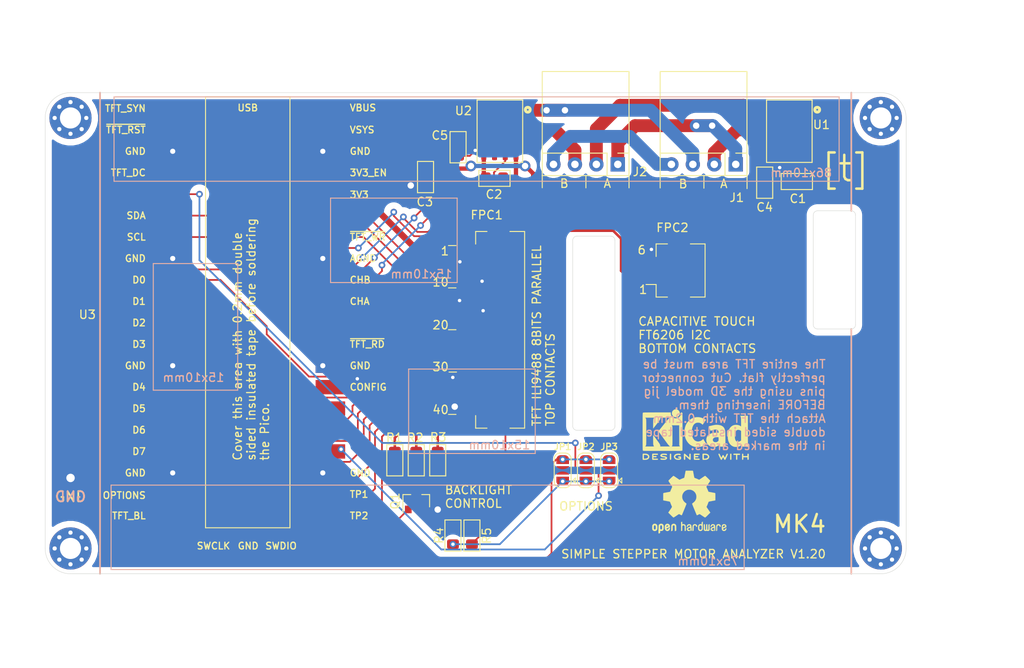
<source format=kicad_pcb>
(kicad_pcb (version 20171130) (host pcbnew "(5.1.10-1-10_14)")
  (layers (0 F.Cu signal) (31 B.Cu signal) (34 B.Paste user hide) (35 F.Paste user) (36 B.SilkS user) (37 F.SilkS user) (38 B.Mask user) (39 F.Mask user) (44 Edge.Cuts user))
  (net 0 "")
  (net 1 "Net-(J2-Pad2)")
  (net 2 "Net-(J1-Pad2)")
  (net 3 GND)
  (net 4 +3V3)
  (net 5 "Net-(J2-Pad3)")
  (net 6 "Net-(J1-Pad3)")
  (net 7 /D6)
  (net 8 /D4)
  (net 9 /TFT_DC)
  (net 10 /D7)
  (net 11 /D5)
  (net 12 /SCL)
  (net 13 /SDA)
  (net 14 /D3)
  (net 15 /D2)
  (net 16 /D1)
  (net 17 /D0)
  (net 18 "Net-(J1-Pad4)")
  (net 19 "Net-(J1-Pad1)")
  (net 20 "Net-(FPC1-Pad36)")
  (net 21 "Net-(FPC1-Pad35)")
  (net 22 "Net-(FPC1-Pad34)")
  (net 23 /~TFT_WR)
  (net 24 /CHA)
  (net 25 /CHB)
  (net 26 "Net-(Q1-Pad3)")
  (net 27 /TFT_BL)
  (net 28 /~TFT_RST)
  (net 29 /TFT_SYN)
  (net 30 /~TFT_RD)
  (net 31 "Net-(C4-Pad2)")
  (net 32 "Net-(C5-Pad2)")
  (net 33 /OPTION1)
  (net 34 "Net-(JP1-Pad3)")
  (net 35 "Net-(JP1-Pad1)")
  (net 36 /OPTION2)
  (net 37 /OPTION3)
  (module Symbol:KiCad-Logo2_5mm_SilkScreen (layer F.Cu) (at 76.06 -16.5)
    (fp_text reference REF** hide)
    (fp_text value KiCad-Logo2_5mm_SilkScreen hide)
  )
  (module Jumper:SolderJumper-3_P1.3mm_Open_RoundedPad1.0x1.5mm (layer F.Cu) (at 65.81 -12.25 90)
    (fp_text reference JP3 (at 2.8 0 180) (layer F.SilkS) (effects (font (size 0.75 0.75))))
    (fp_text value OPTION3)
    (pad 2 smd rect (at 0 0 90) (size 1 1.5) (layers F.Cu F.Mask) (net 37 /OPTION3))
    (pad 3 smd custom (at 1.3 0 90) (size 1 0.5) (layers F.Cu F.Mask) (net 34 "Net-(JP1-Pad3)") (options (clearance outline) (anchor rect)) (primitives (gr_circle (center 0 0.25) (end 0.5 0.25) (width 0)) (gr_circle (center 0 -0.25) (end 0.5 -0.25) (width 0)) (gr_poly (pts (xy -0.55 -0.75) (xy 0 -0.75) (xy 0 0.75) (xy -0.55 0.75)) (width 0))))
    (pad 1 smd custom (at -1.3 0 90) (size 1 0.5) (layers F.Cu F.Mask) (net 35 "Net-(JP1-Pad1)") (options (clearance outline) (anchor rect)) (primitives (gr_circle (center 0 0.25) (end 0.5 0.25) (width 0)) (gr_circle (center 0 -0.25) (end 0.5 -0.25) (width 0)) (gr_poly (pts (xy 0.55 -0.75) (xy 0 -0.75) (xy 0 0.75) (xy 0.55 0.75)) (width 0))))
  )
  (module Jumper:SolderJumper-3_P1.3mm_Open_RoundedPad1.0x1.5mm (layer F.Cu) (at 63.06 -12.25 90)
    (fp_text reference JP2 (at 2.8 0 180) (layer F.SilkS) (effects (font (size 0.75 0.75))))
    (fp_text value OPTION2)
    (pad 2 smd rect (at 0 0 90) (size 1 1.5) (layers F.Cu F.Mask) (net 36 /OPTION2))
    (pad 3 smd custom (at 1.3 0 90) (size 1 0.5) (layers F.Cu F.Mask) (net 34 "Net-(JP1-Pad3)") (options (clearance outline) (anchor rect)) (primitives (gr_circle (center 0 0.25) (end 0.5 0.25) (width 0)) (gr_circle (center 0 -0.25) (end 0.5 -0.25) (width 0)) (gr_poly (pts (xy -0.55 -0.75) (xy 0 -0.75) (xy 0 0.75) (xy -0.55 0.75)) (width 0))))
    (pad 1 smd custom (at -1.3 0 90) (size 1 0.5) (layers F.Cu F.Mask) (net 35 "Net-(JP1-Pad1)") (options (clearance outline) (anchor rect)) (primitives (gr_circle (center 0 0.25) (end 0.5 0.25) (width 0)) (gr_circle (center 0 -0.25) (end 0.5 -0.25) (width 0)) (gr_poly (pts (xy 0.55 -0.75) (xy 0 -0.75) (xy 0 0.75) (xy 0.55 0.75)) (width 0))))
  )
  (module Jumper:SolderJumper-3_P1.3mm_Open_RoundedPad1.0x1.5mm (layer F.Cu) (at 60.31 -12.25 90)
    (fp_text reference JP1 (at 2.8 0 180) (layer F.SilkS) (effects (font (size 0.75 0.75))))
    (fp_text value OPTION1)
    (pad 2 smd rect (at 0 0 90) (size 1 1.5) (layers F.Cu F.Mask) (net 33 /OPTION1))
    (pad 3 smd custom (at 1.3 0 90) (size 1 0.5) (layers F.Cu F.Mask) (net 34 "Net-(JP1-Pad3)") (options (clearance outline) (anchor rect)) (primitives (gr_circle (center 0 0.25) (end 0.5 0.25) (width 0)) (gr_circle (center 0 -0.25) (end 0.5 -0.25) (width 0)) (gr_poly (pts (xy -0.55 -0.75) (xy 0 -0.75) (xy 0 0.75) (xy -0.55 0.75)) (width 0))))
    (pad 1 smd custom (at -1.3 0 90) (size 1 0.5) (layers F.Cu F.Mask) (net 35 "Net-(JP1-Pad1)") (options (clearance outline) (anchor rect)) (primitives (gr_circle (center 0 0.25) (end 0.5 0.25) (width 0)) (gr_circle (center 0 -0.25) (end 0.5 -0.25) (width 0)) (gr_poly (pts (xy 0.55 -0.75) (xy 0 -0.75) (xy 0 0.75) (xy 0.55 0.75)) (width 0))))
  )
  (module stepper_motor_analyzer:R_0805_2012Metric_Pad1.15x1.40mm_HandSolder (layer F.Cu) (at 47.31 -4.525 90)
    (fp_text reference R4 (at 0 -1.65 90) (layer F.SilkS))
    (fp_text value 1K)
    (pad 2 smd roundrect (at 1.025 0 90) (size 1.15 1.4) (layers F.Cu F.Paste F.Mask) (roundrect_rratio 0.2173904347826087) (net 3 GND))
    (pad 1 smd roundrect (at -1.025 0 90) (size 1.15 1.4) (layers F.Cu F.Paste F.Mask) (roundrect_rratio 0.2173904347826087) (net 35 "Net-(JP1-Pad1)"))
  )
  (module stepper_motor_analyzer:Pico_smd_dedicated (layer F.Cu) (at 23 -31)
    (fp_text reference U3 (at -19 0.3) (layer F.SilkS))
    (fp_text value Pico)
    (fp_text user ~TFT_RD (at 12 3.81) (layer F.SilkS) (effects (font (size 0.8 0.8)) (justify left)))
    (fp_text user CONFIG (at 12 8.89) (layer F.SilkS) (effects (font (size 0.8 0.8)) (justify left)))
    (fp_text user USB (at 0 -24.2) (layer F.SilkS) (effects (font (size 0.8 0.8))))
    (fp_text user ~TFT_RST (at -12 -21.59) (layer F.SilkS) (effects (font (size 0.8 0.8)) (justify right)))
    (fp_text user OPTIONS (at -12 21.717) (layer F.SilkS) (effects (font (size 0.8 0.8)) (justify right)))
    (fp_text user ~TFT_WR (at 12 -8.89) (layer F.SilkS) (effects (font (size 0.8 0.8)) (justify left)))
    (fp_text user GND (at 0.05 27.7) (layer F.SilkS) (effects (font (size 0.8 0.8))))
    (fp_text user SWDIO (at 2 27.7) (layer F.SilkS) (effects (font (size 0.8 0.8)) (justify left)))
    (fp_text user SWCLK (at -2 27.7) (layer F.SilkS) (effects (font (size 0.8 0.8)) (justify right)))
    (fp_text user AGND (at 12 -6.35) (layer F.SilkS) (effects (font (size 0.8 0.8)) (justify left)))
    (fp_text user GND (at 12 -19.05) (layer F.SilkS) (effects (font (size 0.8 0.8)) (justify left)))
    (fp_text user GND (at 12 6.35) (layer F.SilkS) (effects (font (size 0.8 0.8)) (justify left)))
    (fp_text user GND (at 12 19.05) (layer F.SilkS) (effects (font (size 0.8 0.8)) (justify left)))
    (fp_text user GND (at -12 19.05) (layer F.SilkS) (effects (font (size 0.8 0.8)) (justify right)))
    (fp_text user GND (at -12 6.35) (layer F.SilkS) (effects (font (size 0.8 0.8)) (justify right)))
    (fp_text user GND (at -12 -6.35) (layer F.SilkS) (effects (font (size 0.8 0.8)) (justify right)))
    (fp_text user GND (at -12 -19.05) (layer F.SilkS) (effects (font (size 0.8 0.8)) (justify right)))
    (fp_text user VBUS (at 12 -24.2) (layer F.SilkS) (effects (font (size 0.8 0.8)) (justify left)))
    (fp_text user VSYS (at 12 -21.59) (layer F.SilkS) (effects (font (size 0.8 0.8)) (justify left)))
    (fp_text user 3V3_EN (at 12 -16.51) (layer F.SilkS) (effects (font (size 0.8 0.8)) (justify left)))
    (fp_text user 3V3 (at 12 -13.9) (layer F.SilkS) (effects (font (size 0.8 0.8)) (justify left)))
    (fp_text user CHB (at 12 -3.81) (layer F.SilkS) (effects (font (size 0.8 0.8)) (justify left)))
    (fp_text user CHA (at 12 -1.27) (layer F.SilkS) (effects (font (size 0.8 0.8)) (justify left)))
    (fp_text user TP1 (at 12 21.59) (layer F.SilkS) (effects (font (size 0.8 0.8)) (justify left)))
    (fp_text user TP2 (at 12 24.13) (layer F.SilkS) (effects (font (size 0.8 0.8)) (justify left)))
    (fp_text user TFT_BL (at -12 24.13) (layer F.SilkS) (effects (font (size 0.8 0.8)) (justify right)))
    (fp_text user D7 (at -12 16.51) (layer F.SilkS) (effects (font (size 0.8 0.8)) (justify right)))
    (fp_text user D6 (at -12 13.97) (layer F.SilkS) (effects (font (size 0.8 0.8)) (justify right)))
    (fp_text user D5 (at -12 11.43) (layer F.SilkS) (effects (font (size 0.8 0.8)) (justify right)))
    (fp_text user D4 (at -12 8.89) (layer F.SilkS) (effects (font (size 0.8 0.8)) (justify right)))
    (fp_text user D3 (at -12 3.81) (layer F.SilkS) (effects (font (size 0.8 0.8)) (justify right)))
    (fp_text user D2 (at -12 1.27) (layer F.SilkS) (effects (font (size 0.8 0.8)) (justify right)))
    (fp_text user D1 (at -12 -1.27) (layer F.SilkS) (effects (font (size 0.8 0.8)) (justify right)))
    (fp_text user D0 (at -12 -3.81) (layer F.SilkS) (effects (font (size 0.8 0.8)) (justify right)))
    (fp_text user SCL (at -12 -8.89) (layer F.SilkS) (effects (font (size 0.8 0.8)) (justify right)))
    (fp_text user SDA (at -12 -11.43) (layer F.SilkS) (effects (font (size 0.8 0.8)) (justify right)))
    (fp_text user TFT_SYN (at -12 -24.13) (layer F.SilkS) (effects (font (size 0.8 0.8)) (justify right)))
    (fp_text user TFT_DC (at -12 -16.51) (layer F.SilkS) (effects (font (size 0.8 0.8)) (justify right)))
    (pad 21 smd rect (at 8.89 24.13) (size 3.5 1.7) (drill (offset 0.9 0)) (layers F.Cu F.Paste F.Mask))
    (pad 22 smd rect (at 8.89 21.59) (size 3.5 1.7) (drill (offset 0.9 0)) (layers F.Cu F.Paste F.Mask))
    (pad 23 smd rect (at 8.89 19.05) (size 3.5 1.7) (drill (offset 0.9 0)) (layers F.Cu F.Paste F.Mask) (net 3 GND))
    (pad 24 smd rect (at 8.89 16.51) (size 3.5 1.7) (drill (offset 0.9 0)) (layers F.Cu F.Paste F.Mask) (net 37 /OPTION3))
    (pad 25 smd rect (at 8.89 13.97) (size 3.5 1.7) (drill (offset 0.9 0)) (layers F.Cu F.Paste F.Mask))
    (pad 26 smd rect (at 8.89 11.43) (size 3.5 1.7) (drill (offset 0.9 0)) (layers F.Cu F.Paste F.Mask))
    (pad 27 smd rect (at 8.89 8.89) (size 3.5 1.7) (drill (offset 0.9 0)) (layers F.Cu F.Paste F.Mask) (net 3 GND))
    (pad 28 smd rect (at 8.89 6.35) (size 3.5 1.7) (drill (offset 0.9 0)) (layers F.Cu F.Paste F.Mask) (net 3 GND))
    (pad 29 smd rect (at 8.89 3.81) (size 3.5 1.7) (drill (offset 0.9 0)) (layers F.Cu F.Paste F.Mask) (net 30 /~TFT_RD))
    (pad 30 smd rect (at 8.89 1.27) (size 3.5 1.7) (drill (offset 0.9 0)) (layers F.Cu F.Paste F.Mask))
    (pad 31 smd rect (at 8.89 -1.27) (size 3.5 1.7) (drill (offset 0.9 0)) (layers F.Cu F.Paste F.Mask) (net 24 /CHA))
    (pad 32 smd rect (at 8.89 -3.81) (size 3.5 1.7) (drill (offset 0.9 0)) (layers F.Cu F.Paste F.Mask) (net 25 /CHB))
    (pad 33 smd rect (at 8.89 -6.35) (size 3.5 1.7) (drill (offset 0.9 0)) (layers F.Cu F.Paste F.Mask) (net 3 GND))
    (pad 34 smd rect (at 8.89 -8.89) (size 3.5 1.7) (drill (offset 0.9 0)) (layers F.Cu F.Paste F.Mask) (net 23 /~TFT_WR))
    (pad 35 smd rect (at 8.89 -11.43) (size 3.5 1.7) (drill (offset 0.9 0)) (layers F.Cu F.Paste F.Mask))
    (pad 36 smd rect (at 8.89 -13.97) (size 3.5 1.7) (drill (offset 0.9 0)) (layers F.Cu F.Paste F.Mask) (net 4 +3V3))
    (pad 37 smd rect (at 8.89 -16.51) (size 3.5 1.7) (drill (offset 0.9 0)) (layers F.Cu F.Paste F.Mask))
    (pad 38 smd rect (at 8.89 -19.05) (size 3.5 1.7) (drill (offset 0.9 0)) (layers F.Cu F.Paste F.Mask) (net 3 GND))
    (pad 39 smd rect (at 8.89 -21.59) (size 3.5 1.7) (drill (offset 0.9 0)) (layers F.Cu F.Paste F.Mask))
    (pad 40 smd rect (at 8.89 -24.13) (size 3.5 1.7) (drill (offset 0.9 0)) (layers F.Cu F.Paste F.Mask))
    (pad 20 smd rect (at -8.89 24.13) (size 3.5 1.7) (drill (offset -0.9 0)) (layers F.Cu F.Paste F.Mask) (net 27 /TFT_BL))
    (pad 19 smd rect (at -8.89 21.59) (size 3.5 1.7) (drill (offset -0.9 0)) (layers F.Cu F.Paste F.Mask) (net 33 /OPTION1))
    (pad 18 smd rect (at -8.89 19.05) (size 3.5 1.7) (drill (offset -0.9 0)) (layers F.Cu F.Paste F.Mask) (net 3 GND))
    (pad 17 smd rect (at -8.89 16.51) (size 3.5 1.7) (drill (offset -0.9 0)) (layers F.Cu F.Paste F.Mask) (net 10 /D7))
    (pad 16 smd rect (at -8.89 13.97) (size 3.5 1.7) (drill (offset -0.9 0)) (layers F.Cu F.Paste F.Mask) (net 7 /D6))
    (pad 15 smd rect (at -8.89 11.43) (size 3.5 1.7) (drill (offset -0.9 0)) (layers F.Cu F.Paste F.Mask) (net 11 /D5))
    (pad 14 smd rect (at -8.89 8.89) (size 3.5 1.7) (drill (offset -0.9 0)) (layers F.Cu F.Paste F.Mask) (net 8 /D4))
    (pad 13 smd rect (at -8.89 6.35) (size 3.5 1.7) (drill (offset -0.9 0)) (layers F.Cu F.Paste F.Mask) (net 3 GND))
    (pad 12 smd rect (at -8.89 3.81) (size 3.5 1.7) (drill (offset -0.9 0)) (layers F.Cu F.Paste F.Mask) (net 14 /D3))
    (pad 11 smd rect (at -8.89 1.27) (size 3.5 1.7) (drill (offset -0.9 0)) (layers F.Cu F.Paste F.Mask) (net 15 /D2))
    (pad 10 smd rect (at -8.89 -1.27) (size 3.5 1.7) (drill (offset -0.9 0)) (layers F.Cu F.Paste F.Mask) (net 16 /D1))
    (pad 9 smd rect (at -8.89 -3.81) (size 3.5 1.7) (drill (offset -0.9 0)) (layers F.Cu F.Paste F.Mask) (net 17 /D0))
    (pad 8 smd rect (at -8.89 -6.35) (size 3.5 1.7) (drill (offset -0.9 0)) (layers F.Cu F.Paste F.Mask) (net 3 GND))
    (pad 7 smd rect (at -8.89 -8.89) (size 3.5 1.7) (drill (offset -0.9 0)) (layers F.Cu F.Paste F.Mask) (net 12 /SCL))
    (pad 6 smd rect (at -8.89 -11.43) (size 3.5 1.7) (drill (offset -0.9 0)) (layers F.Cu F.Paste F.Mask) (net 13 /SDA))
    (pad 5 smd rect (at -8.89 -13.97) (size 3.5 1.7) (drill (offset -0.9 0)) (layers F.Cu F.Paste F.Mask) (net 36 /OPTION2))
    (pad 4 smd rect (at -8.89 -16.51) (size 3.5 1.7) (drill (offset -0.9 0)) (layers F.Cu F.Paste F.Mask) (net 9 /TFT_DC))
    (pad 3 smd rect (at -8.89 -19.05) (size 3.5 1.7) (drill (offset -0.9 0)) (layers F.Cu F.Paste F.Mask) (net 3 GND))
    (pad 2 smd rect (at -8.89 -21.59) (size 3.5 1.7) (drill (offset -0.9 0)) (layers F.Cu F.Paste F.Mask) (net 28 /~TFT_RST))
    (pad 1 smd rect (at -8.89 -24.13) (size 3.5 1.7) (drill (offset -0.9 0)) (layers F.Cu F.Paste F.Mask) (net 29 /TFT_SYN))
    (pad 38 thru_hole rect (at 8.89 -19.05) (size 1.7 1.7) (drill 0.6096) (layers *.Cu F.Mask) (net 3 GND))
    (pad 33 thru_hole rect (at 8.89 -6.35) (size 1.7 1.7) (drill 0.6096) (layers *.Cu F.Mask) (net 3 GND))
    (pad 28 thru_hole rect (at 8.89 6.35) (size 1.7 1.7) (drill 0.6096) (layers *.Cu F.Mask) (net 3 GND))
    (pad 23 thru_hole rect (at 8.89 19.05) (size 1.7 1.7) (drill 0.6096) (layers *.Cu F.Mask) (net 3 GND))
    (pad 18 thru_hole rect (at -8.89 19.05) (size 1.7 1.7) (drill 0.6096) (layers *.Cu F.Mask) (net 3 GND))
    (pad 13 thru_hole rect (at -8.89 6.35) (size 1.7 1.7) (drill 0.6096) (layers *.Cu F.Mask) (net 3 GND))
    (pad 8 thru_hole rect (at -8.89 -6.35) (size 1.7 1.7) (drill 0.6096) (layers *.Cu F.Mask) (net 3 GND))
    (pad 3 thru_hole rect (at -8.89 -19.05) (size 1.7 1.7) (drill 0.6096) (layers *.Cu F.Mask) (net 3 GND))
  )
  (module stepper_motor_analyzer:C_0805_2012Metric_Pad1.15x1.40mm_HandSolder (layer F.Cu) (at 47.917 -50.532 90)
    (fp_text reference C5 (at 1.397 -2.159 180) (layer F.SilkS))
    (fp_text value DNP)
    (pad 2 smd roundrect (at 1.025 0 90) (size 1.15 1.4) (layers F.Cu F.Paste F.Mask) (roundrect_rratio 0.2173904347826087) (net 32 "Net-(C5-Pad2)"))
    (pad 1 smd roundrect (at -1.025 0 90) (size 1.15 1.4) (layers F.Cu F.Paste F.Mask) (roundrect_rratio 0.2173904347826087) (net 3 GND))
  )
  (module stepper_motor_analyzer:C_0805_2012Metric_Pad1.15x1.40mm_HandSolder (layer F.Cu) (at 84.239 -46.332 90)
    (fp_text reference C4 (at -2.912 0 180) (layer F.SilkS))
    (fp_text value 1nf)
    (pad 2 smd roundrect (at 1.025 0 90) (size 1.15 1.4) (layers F.Cu F.Paste F.Mask) (roundrect_rratio 0.2173904347826087) (net 31 "Net-(C4-Pad2)"))
    (pad 1 smd roundrect (at -1.025 0 90) (size 1.15 1.4) (layers F.Cu F.Paste F.Mask) (roundrect_rratio 0.2173904347826087) (net 3 GND))
  )
  (module stepper_motor_analyzer:R_0805_2012Metric_Pad1.15x1.40mm_HandSolder_no_3d (layer F.Cu) (at 49.56 -4.525 90)
    (fp_text reference R5 (at -0.025 1.75 270) (layer F.SilkS))
    (fp_text value 1K)
    (pad 2 smd roundrect (at 1.025 0 90) (size 1.15 1.4) (layers F.Cu F.Paste F.Mask) (roundrect_rratio 0.2173904347826087) (net 4 +3V3))
    (pad 1 smd roundrect (at -1.025 0 90) (size 1.15 1.4) (layers F.Cu F.Paste F.Mask) (roundrect_rratio 0.2173904347826087) (net 34 "Net-(JP1-Pad3)"))
  )
  (module Package_TO_SOT_SMD:SOT-23 (layer F.Cu) (at 42.964 -8.622 90)
    (fp_text reference Q1 (at 0 -2.5 90) (layer F.SilkS))
    (fp_text value "AO3400A ")
    (pad 3 smd rect (at 1 0 90) (size 0.9 0.8) (layers F.Cu F.Paste F.Mask) (net 26 "Net-(Q1-Pad3)"))
    (pad 2 smd rect (at -1 0.95 90) (size 0.9 0.8) (layers F.Cu F.Paste F.Mask) (net 3 GND))
    (pad 1 smd rect (at -1 -0.95 90) (size 0.9 0.8) (layers F.Cu F.Paste F.Mask) (net 27 /TFT_BL))
  )
  (module stepper_motor_analyzer:C_0805_2012Metric_Pad1.15x1.40mm_HandSolder (layer F.Cu) (at 44.06 -47 90)
    (fp_text reference C3 (at -2.945 -0.08 180) (layer F.SilkS))
    (fp_text value 10u)
    (pad 2 smd roundrect (at 1.025 0 90) (size 1.15 1.4) (layers F.Cu F.Paste F.Mask) (roundrect_rratio 0.2173904347826087) (net 4 +3V3))
    (pad 1 smd roundrect (at -1.025 0 90) (size 1.15 1.4) (layers F.Cu F.Paste F.Mask) (roundrect_rratio 0.2173904347826087) (net 3 GND))
  )
  (module stepper_motor_analyzer:JUSHUO-AFC07-S40ECC-00_40P_05mm_flipped (layer F.Cu) (at 51.3 -28.9 90)
    (fp_text reference FPC1 (at 13.6 0.01 180) (layer F.SilkS))
    (fp_text value Connector_Conn_01x40_Female)
    (pad MP smd rect (at 11.4 0.5 90) (size 2 3) (layers F.Cu F.Paste F.Mask))
    (pad MP smd rect (at -11.4 0.5 90) (size 2 3) (layers F.Cu F.Paste F.Mask))
    (pad 40 smd rect (at -9.75 -1.85 90) (size 0.3 1.3) (layers F.Cu F.Paste F.Mask) (net 3 GND))
    (pad 39 smd rect (at -9.25 -1.85 90) (size 0.3 1.3) (layers F.Cu F.Paste F.Mask) (net 4 +3V3))
    (pad 38 smd rect (at -8.75 -1.85 90) (size 0.3 1.3) (layers F.Cu F.Paste F.Mask) (net 4 +3V3))
    (pad 37 smd rect (at -8.25 -1.85 90) (size 0.3 1.3) (layers F.Cu F.Paste F.Mask) (net 3 GND))
    (pad 36 smd rect (at -7.75 -1.85 90) (size 0.3 1.3) (layers F.Cu F.Paste F.Mask) (net 20 "Net-(FPC1-Pad36)"))
    (pad 35 smd rect (at -7.25 -1.85 90) (size 0.3 1.3) (layers F.Cu F.Paste F.Mask) (net 21 "Net-(FPC1-Pad35)"))
    (pad 34 smd rect (at -6.75 -1.85 90) (size 0.3 1.3) (layers F.Cu F.Paste F.Mask) (net 22 "Net-(FPC1-Pad34)"))
    (pad 33 smd rect (at -6.25 -1.85 90) (size 0.3 1.3) (layers F.Cu F.Paste F.Mask) (net 4 +3V3))
    (pad 32 smd rect (at -5.75 -1.85 90) (size 0.3 1.3) (layers F.Cu F.Paste F.Mask) (net 3 GND))
    (pad 31 smd rect (at -5.25 -1.85 90) (size 0.3 1.3) (layers F.Cu F.Paste F.Mask) (net 3 GND))
    (pad 30 smd rect (at -4.75 -1.85 90) (size 0.3 1.3) (layers F.Cu F.Paste F.Mask) (net 3 GND))
    (pad 29 smd rect (at -4.25 -1.85 90) (size 0.3 1.3) (layers F.Cu F.Paste F.Mask) (net 3 GND))
    (pad 28 smd rect (at -3.75 -1.85 90) (size 0.3 1.3) (layers F.Cu F.Paste F.Mask) (net 3 GND))
    (pad 27 smd rect (at -3.25 -1.85 90) (size 0.3 1.3) (layers F.Cu F.Paste F.Mask) (net 3 GND))
    (pad 26 smd rect (at -2.75 -1.85 90) (size 0.3 1.3) (layers F.Cu F.Paste F.Mask) (net 3 GND))
    (pad 25 smd rect (at -2.25 -1.85 90) (size 0.3 1.3) (layers F.Cu F.Paste F.Mask) (net 3 GND))
    (pad 24 smd rect (at -1.75 -1.85 90) (size 0.3 1.3) (layers F.Cu F.Paste F.Mask) (net 10 /D7))
    (pad 23 smd rect (at -1.25 -1.85 90) (size 0.3 1.3) (layers F.Cu F.Paste F.Mask) (net 7 /D6))
    (pad 22 smd rect (at -0.75 -1.85 90) (size 0.3 1.3) (layers F.Cu F.Paste F.Mask) (net 11 /D5))
    (pad 21 smd rect (at -0.25 -1.85 90) (size 0.3 1.3) (layers F.Cu F.Paste F.Mask) (net 8 /D4))
    (pad 20 smd rect (at 0.25 -1.85 90) (size 0.3 1.3) (layers F.Cu F.Paste F.Mask) (net 14 /D3))
    (pad 19 smd rect (at 0.75 -1.85 90) (size 0.3 1.3) (layers F.Cu F.Paste F.Mask) (net 15 /D2))
    (pad 18 smd rect (at 1.25 -1.85 90) (size 0.3 1.3) (layers F.Cu F.Paste F.Mask) (net 16 /D1))
    (pad 17 smd rect (at 1.75 -1.85 90) (size 0.3 1.3) (layers F.Cu F.Paste F.Mask) (net 17 /D0))
    (pad 16 smd rect (at 2.25 -1.85 90) (size 0.3 1.3) (layers F.Cu F.Paste F.Mask) (net 3 GND))
    (pad 15 smd rect (at 2.75 -1.85 90) (size 0.3 1.3) (layers F.Cu F.Paste F.Mask) (net 28 /~TFT_RST))
    (pad 14 smd rect (at 3.25 -1.85 90) (size 0.3 1.3) (layers F.Cu F.Paste F.Mask))
    (pad 13 smd rect (at 3.75 -1.85 90) (size 0.3 1.3) (layers F.Cu F.Paste F.Mask) (net 3 GND))
    (pad 12 smd rect (at 4.25 -1.85 90) (size 0.3 1.3) (layers F.Cu F.Paste F.Mask) (net 30 /~TFT_RD))
    (pad 11 smd rect (at 4.75 -1.85 90) (size 0.3 1.3) (layers F.Cu F.Paste F.Mask) (net 23 /~TFT_WR))
    (pad 10 smd rect (at 5.25 -1.85 90) (size 0.3 1.3) (layers F.Cu F.Paste F.Mask) (net 9 /TFT_DC))
    (pad 9 smd rect (at 5.75 -1.85 90) (size 0.3 1.3) (layers F.Cu F.Paste F.Mask) (net 3 GND))
    (pad 8 smd rect (at 6.25 -1.85 90) (size 0.3 1.3) (layers F.Cu F.Paste F.Mask) (net 29 /TFT_SYN))
    (pad 7 smd rect (at 6.75 -1.85 90) (size 0.3 1.3) (layers F.Cu F.Paste F.Mask) (net 4 +3V3))
    (pad 6 smd rect (at 7.25 -1.85 90) (size 0.3 1.3) (layers F.Cu F.Paste F.Mask) (net 4 +3V3))
    (pad 5 smd rect (at 7.75 -1.85 90) (size 0.3 1.3) (layers F.Cu F.Paste F.Mask) (net 3 GND))
    (pad 4 smd rect (at 8.25 -1.85 90) (size 0.3 1.3) (layers F.Cu F.Paste F.Mask))
    (pad 3 smd rect (at 8.75 -1.85 90) (size 0.3 1.3) (layers F.Cu F.Paste F.Mask))
    (pad 2 smd rect (at 9.25 -1.85 90) (size 0.3 1.3) (layers F.Cu F.Paste F.Mask))
    (pad 1 smd rect (at 9.75 -1.85 90) (size 0.3 1.3) (layers F.Cu F.Paste F.Mask))
  )
  (module stepper_motor_analyzer:SOIC-8_3.9x4.9mm_P1.27mm (layer F.Cu) (at 87.16 -52.435 270)
    (fp_text reference U1 (at -0.764 -3.81 180) (layer F.SilkS))
    (fp_text value "(CURRENT SENSOR)")
    (pad 8 smd roundrect (at 2.475 -1.905 270) (size 1.95 0.6) (layers F.Cu F.Paste F.Mask) (net 4 +3V3))
    (pad 7 smd roundrect (at 2.475 -0.635 270) (size 1.95 0.6) (layers F.Cu F.Paste F.Mask) (net 24 /CHA))
    (pad 6 smd roundrect (at 2.475 0.635 270) (size 1.95 0.6) (layers F.Cu F.Paste F.Mask) (net 31 "Net-(C4-Pad2)"))
    (pad 5 smd roundrect (at 2.475 1.905 270) (size 1.95 0.6) (layers F.Cu F.Paste F.Mask) (net 3 GND))
    (pad 4 smd roundrect (at -2.475 1.905 270) (size 1.95 0.6) (layers F.Cu F.Paste F.Mask) (net 1 "Net-(J2-Pad2)"))
    (pad 3 smd roundrect (at -2.475 0.635 270) (size 1.95 0.6) (layers F.Cu F.Paste F.Mask) (net 1 "Net-(J2-Pad2)"))
    (pad 2 smd roundrect (at -2.475 -0.635 270) (size 1.95 0.6) (layers F.Cu F.Paste F.Mask) (net 2 "Net-(J1-Pad2)"))
    (pad 1 smd roundrect (at -2.475 -1.905 270) (size 1.95 0.6) (layers F.Cu F.Paste F.Mask) (net 2 "Net-(J1-Pad2)"))
  )
  (module stepper_motor_analyzer:SOIC-8_3.9x4.9mm_P1.27mm (layer F.Cu) (at 52.87 -52.435 270)
    (fp_text reference U2 (at -2.415 4.318 180) (layer F.SilkS))
    (fp_text value "(CURRENT SENSOR)")
    (pad 8 smd roundrect (at 2.475 -1.905 270) (size 1.95 0.6) (layers F.Cu F.Paste F.Mask) (net 4 +3V3))
    (pad 7 smd roundrect (at 2.475 -0.635 270) (size 1.95 0.6) (layers F.Cu F.Paste F.Mask) (net 25 /CHB))
    (pad 6 smd roundrect (at 2.475 0.635 270) (size 1.95 0.6) (layers F.Cu F.Paste F.Mask) (net 32 "Net-(C5-Pad2)"))
    (pad 5 smd roundrect (at 2.475 1.905 270) (size 1.95 0.6) (layers F.Cu F.Paste F.Mask) (net 3 GND))
    (pad 4 smd roundrect (at -2.475 1.905 270) (size 1.95 0.6) (layers F.Cu F.Paste F.Mask) (net 5 "Net-(J2-Pad3)"))
    (pad 3 smd roundrect (at -2.475 0.635 270) (size 1.95 0.6) (layers F.Cu F.Paste F.Mask) (net 5 "Net-(J2-Pad3)"))
    (pad 2 smd roundrect (at -2.475 -0.635 270) (size 1.95 0.6) (layers F.Cu F.Paste F.Mask) (net 6 "Net-(J1-Pad3)"))
    (pad 1 smd roundrect (at -2.475 -1.905 270) (size 1.95 0.6) (layers F.Cu F.Paste F.Mask) (net 6 "Net-(J1-Pad3)"))
  )
  (module stepper_motor_analyzer:C_0805_2012Metric_Pad1.15x1.40mm_HandSolder (layer F.Cu) (at 88.049 -46.468)
    (fp_text reference C1 (at 0.127 2.032) (layer F.SilkS))
    (fp_text value 0.1u)
    (pad 2 smd roundrect (at 1.025 0) (size 1.15 1.4) (layers F.Cu F.Paste F.Mask) (roundrect_rratio 0.2173904347826087) (net 4 +3V3))
    (pad 1 smd roundrect (at -1.025 0) (size 1.15 1.4) (layers F.Cu F.Paste F.Mask) (roundrect_rratio 0.2173904347826087) (net 3 GND))
  )
  (module stepper_motor_analyzer:C_0805_2012Metric_Pad1.15x1.40mm_HandSolder (layer F.Cu) (at 52.226 -46.849)
    (fp_text reference C2 (at -0.0545 1.905) (layer F.SilkS))
    (fp_text value 0.1u)
    (pad 2 smd roundrect (at 1.025 0) (size 1.15 1.4) (layers F.Cu F.Paste F.Mask) (roundrect_rratio 0.2173904347826087) (net 4 +3V3))
    (pad 1 smd roundrect (at -1.025 0) (size 1.15 1.4) (layers F.Cu F.Paste F.Mask) (roundrect_rratio 0.2173904347826087) (net 3 GND))
  )
  (module MountingHole:MountingHole_2.5mm_Pad_Via (layer F.Cu) (at 2 -3)
    (fp_text reference H1 hide)
    (fp_text value MountingHole)
    (pad 1 thru_hole circle (at 1.325825 -1.325825) (size 0.8 0.8) (drill 0.5) (layers *.Cu *.Mask))
    (pad 1 thru_hole circle (at 0 -1.875) (size 0.8 0.8) (drill 0.5) (layers *.Cu *.Mask))
    (pad 1 thru_hole circle (at -1.325825 -1.325825) (size 0.8 0.8) (drill 0.5) (layers *.Cu *.Mask))
    (pad 1 thru_hole circle (at -1.875 0) (size 0.8 0.8) (drill 0.5) (layers *.Cu *.Mask))
    (pad 1 thru_hole circle (at -1.325825 1.325825) (size 0.8 0.8) (drill 0.5) (layers *.Cu *.Mask))
    (pad 1 thru_hole circle (at 0 1.875) (size 0.8 0.8) (drill 0.5) (layers *.Cu *.Mask))
    (pad 1 thru_hole circle (at 1.325825 1.325825) (size 0.8 0.8) (drill 0.5) (layers *.Cu *.Mask))
    (pad 1 thru_hole circle (at 1.875 0) (size 0.8 0.8) (drill 0.5) (layers *.Cu *.Mask))
    (pad 1 thru_hole circle (at 0 0) (size 5 5) (drill 2.5) (layers *.Cu *.Mask))
  )
  (module MountingHole:MountingHole_2.5mm_Pad_Via (layer F.Cu) (at 98 -54)
    (fp_text reference H3 hide)
    (fp_text value MountingHole)
    (pad 1 thru_hole circle (at 1.325825 -1.325825) (size 0.8 0.8) (drill 0.5) (layers *.Cu *.Mask))
    (pad 1 thru_hole circle (at 0 -1.875) (size 0.8 0.8) (drill 0.5) (layers *.Cu *.Mask))
    (pad 1 thru_hole circle (at -1.325825 -1.325825) (size 0.8 0.8) (drill 0.5) (layers *.Cu *.Mask))
    (pad 1 thru_hole circle (at -1.875 0) (size 0.8 0.8) (drill 0.5) (layers *.Cu *.Mask))
    (pad 1 thru_hole circle (at -1.325825 1.325825) (size 0.8 0.8) (drill 0.5) (layers *.Cu *.Mask))
    (pad 1 thru_hole circle (at 0 1.875) (size 0.8 0.8) (drill 0.5) (layers *.Cu *.Mask))
    (pad 1 thru_hole circle (at 1.325825 1.325825) (size 0.8 0.8) (drill 0.5) (layers *.Cu *.Mask))
    (pad 1 thru_hole circle (at 1.875 0) (size 0.8 0.8) (drill 0.5) (layers *.Cu *.Mask))
    (pad 1 thru_hole circle (at 0 0) (size 5 5) (drill 2.5) (layers *.Cu *.Mask))
  )
  (module MountingHole:MountingHole_2.5mm_Pad_Via (layer F.Cu) (at 98 -3)
    (fp_text reference H4 hide)
    (fp_text value MountingHole)
    (pad 1 thru_hole circle (at 1.325825 -1.325825) (size 0.8 0.8) (drill 0.5) (layers *.Cu *.Mask))
    (pad 1 thru_hole circle (at 0 -1.875) (size 0.8 0.8) (drill 0.5) (layers *.Cu *.Mask))
    (pad 1 thru_hole circle (at -1.325825 -1.325825) (size 0.8 0.8) (drill 0.5) (layers *.Cu *.Mask))
    (pad 1 thru_hole circle (at -1.875 0) (size 0.8 0.8) (drill 0.5) (layers *.Cu *.Mask))
    (pad 1 thru_hole circle (at -1.325825 1.325825) (size 0.8 0.8) (drill 0.5) (layers *.Cu *.Mask))
    (pad 1 thru_hole circle (at 0 1.875) (size 0.8 0.8) (drill 0.5) (layers *.Cu *.Mask))
    (pad 1 thru_hole circle (at 1.325825 1.325825) (size 0.8 0.8) (drill 0.5) (layers *.Cu *.Mask))
    (pad 1 thru_hole circle (at 1.875 0) (size 0.8 0.8) (drill 0.5) (layers *.Cu *.Mask))
    (pad 1 thru_hole circle (at 0 0) (size 5 5) (drill 2.5) (layers *.Cu *.Mask))
  )
  (module MountingHole:MountingHole_2.5mm_Pad_Via (layer F.Cu) (at 2 -54)
    (fp_text reference H2 hide)
    (fp_text value MountingHole)
    (pad 1 thru_hole circle (at 1.325825 -1.325825) (size 0.8 0.8) (drill 0.5) (layers *.Cu *.Mask))
    (pad 1 thru_hole circle (at 0 -1.875) (size 0.8 0.8) (drill 0.5) (layers *.Cu *.Mask))
    (pad 1 thru_hole circle (at -1.325825 -1.325825) (size 0.8 0.8) (drill 0.5) (layers *.Cu *.Mask))
    (pad 1 thru_hole circle (at -1.875 0) (size 0.8 0.8) (drill 0.5) (layers *.Cu *.Mask))
    (pad 1 thru_hole circle (at -1.325825 1.325825) (size 0.8 0.8) (drill 0.5) (layers *.Cu *.Mask))
    (pad 1 thru_hole circle (at 0 1.875) (size 0.8 0.8) (drill 0.5) (layers *.Cu *.Mask))
    (pad 1 thru_hole circle (at 1.325825 1.325825) (size 0.8 0.8) (drill 0.5) (layers *.Cu *.Mask))
    (pad 1 thru_hole circle (at 1.875 0) (size 0.8 0.8) (drill 0.5) (layers *.Cu *.Mask))
    (pad 1 thru_hole circle (at 0 0) (size 5 5) (drill 2.5) (layers *.Cu *.Mask))
  )
  (module stepper_motor_analyzer:R_0805_2012Metric_Pad1.15x1.40mm_HandSolder (layer F.Cu) (at 40.424 -13.448 90)
    (fp_text reference R1 (at 2.676 -0.0635 180) (layer F.SilkS))
    (fp_text value 8R2)
    (pad 2 smd roundrect (at 1.025 0 90) (size 1.15 1.4) (layers F.Cu F.Paste F.Mask) (roundrect_rratio 0.2173904347826087) (net 22 "Net-(FPC1-Pad34)"))
    (pad 1 smd roundrect (at -1.025 0 90) (size 1.15 1.4) (layers F.Cu F.Paste F.Mask) (roundrect_rratio 0.2173904347826087) (net 26 "Net-(Q1-Pad3)"))
  )
  (module stepper_motor_analyzer:R_0805_2012Metric_Pad1.15x1.40mm_HandSolder (layer F.Cu) (at 42.964 -13.448 90)
    (fp_text reference R2 (at 2.676 -0.127 180) (layer F.SilkS))
    (fp_text value 8R2)
    (pad 2 smd roundrect (at 1.025 0 90) (size 1.15 1.4) (layers F.Cu F.Paste F.Mask) (roundrect_rratio 0.2173904347826087) (net 21 "Net-(FPC1-Pad35)"))
    (pad 1 smd roundrect (at -1.025 0 90) (size 1.15 1.4) (layers F.Cu F.Paste F.Mask) (roundrect_rratio 0.2173904347826087) (net 26 "Net-(Q1-Pad3)"))
  )
  (module stepper_motor_analyzer:R_0805_2012Metric_Pad1.15x1.40mm_HandSolder (layer F.Cu) (at 45.504 -13.448 90)
    (fp_text reference R3 (at 2.7215 0.0635 180) (layer F.SilkS))
    (fp_text value 8R2)
    (pad 2 smd roundrect (at 1.025 0 90) (size 1.15 1.4) (layers F.Cu F.Paste F.Mask) (roundrect_rratio 0.2173904347826087) (net 20 "Net-(FPC1-Pad36)"))
    (pad 1 smd roundrect (at -1.025 0 90) (size 1.15 1.4) (layers F.Cu F.Paste F.Mask) (roundrect_rratio 0.2173904347826087) (net 26 "Net-(Q1-Pad3)"))
  )
  (module Symbol:OSHW-Logo2_9.8x8mm_SilkScreen (layer F.Cu) (at 75.31 -8.5)
    (fp_text reference LOGO1 hide)
    (fp_text value Logo_Open_Hardware_Small hide)
  )
  (module stepper_motor_analyzer:testpoint_double_side (layer B.Cu) (at 2.0065 -11.3525)
    (fp_text reference TP3 hide)
    (fp_text value TestPoint)
    (pad 1 thru_hole roundrect (at 0 0) (size 1.7 1.7) (drill 1) (layers *.Cu *.Mask) (net 3 GND))
  )
  (module stepper_motor_analyzer:null_footprint (layer F.Cu) (at 3 -0.5)
    (fp_text reference M1 hide)
    (fp_text value Motor)
  )
  (module stepper_motor_analyzer:connector_4pins_horizontal (layer F.Cu) (at 66.84 -48.5 270)
    (fp_text reference J2 (at 0.88 -2.63 180) (layer F.SilkS))
    (fp_text value Connector_Conn_01x04_Male)
    (pad 4 thru_hole oval (at 0 7.62 270) (size 1.7 1.7) (drill 0.889) (layers *.Cu F.Mask) (net 18 "Net-(J1-Pad4)"))
    (pad 3 thru_hole oval (at 0 5.08 270) (size 1.7 1.7) (drill 0.889) (layers *.Cu F.Mask) (net 5 "Net-(J2-Pad3)"))
    (pad 2 thru_hole oval (at 0 2.54 270) (size 1.7 1.7) (drill 0.889) (layers *.Cu F.Mask) (net 1 "Net-(J2-Pad2)"))
    (pad 1 thru_hole rect (at 0 0 270) (size 1.7 1.7) (drill 0.889) (layers *.Cu F.Mask) (net 19 "Net-(J1-Pad1)"))
  )
  (module stepper_motor_analyzer:connector_4pins_horizontal (layer F.Cu) (at 80.81 -48.5 270)
    (fp_text reference J1 (at 3.937 -0.127 180) (layer F.SilkS))
    (fp_text value Connector_Conn_01x04_Male)
    (pad 4 thru_hole oval (at 0 7.62 270) (size 1.7 1.7) (drill 0.889) (layers *.Cu F.Mask) (net 18 "Net-(J1-Pad4)"))
    (pad 3 thru_hole oval (at 0 5.08 270) (size 1.7 1.7) (drill 0.889) (layers *.Cu F.Mask) (net 6 "Net-(J1-Pad3)"))
    (pad 2 thru_hole oval (at 0 2.54 270) (size 1.7 1.7) (drill 0.889) (layers *.Cu F.Mask) (net 2 "Net-(J1-Pad2)"))
    (pad 1 thru_hole rect (at 0 0 270) (size 1.7 1.7) (drill 0.889) (layers *.Cu F.Mask) (net 19 "Net-(J1-Pad1)"))
  )
  (module stepper_motor_analyzer:JUSHUO-AFC01-S06FCC-00_6p_05mm (layer F.Cu) (at 72.68 -35.93 90)
    (fp_text reference FPC2 (at 5.07 0.63 180) (layer F.SilkS))
    (fp_text value "FPC connector, 6 pins, 0.5mm, BOTTOM contacts")
    (pad 6 smd rect (at 1.25 -1.85 90) (size 0.3 1.3) (layers F.Cu F.Paste F.Mask) (net 3 GND))
    (pad 5 smd rect (at 0.75 -1.85 90) (size 0.3 1.3) (layers F.Cu F.Paste F.Mask))
    (pad 4 smd rect (at 0.25 -1.85 90) (size 0.3 1.3) (layers F.Cu F.Paste F.Mask))
    (pad 3 smd rect (at -0.25 -1.85 90) (size 0.3 1.3) (layers F.Cu F.Paste F.Mask) (net 12 /SCL))
    (pad 2 smd rect (at -0.75 -1.85 90) (size 0.3 1.3) (layers F.Cu F.Paste F.Mask) (net 13 /SDA))
    (pad 1 smd rect (at -1.25 -1.85 90) (size 0.3 1.3) (layers F.Cu F.Paste F.Mask) (net 4 +3V3))
    (pad MP smd rect (at -3.15 0.65 90) (size 1.8 2.2) (layers F.Cu F.Paste F.Mask))
    (pad MP smd rect (at 3.15 0.65 90) (size 1.8 2.2) (layers F.Cu F.Paste F.Mask))
  )
  (gr_text [t] (at 93.81 -48) (layer F.SilkS) (effects (font (size 3 3) (thickness 0.3))))
  (gr_text MK4 (at 88.3665 -5.8915) (layer F.SilkS) (effects (font (size 2 2) (thickness 0.3))))
  (gr_text OPTIONS (at 59.81 -8) (layer F.SilkS) (effects (font (size 1 1)) (justify left)))
  (gr_line (start 94.5 -29) (end 94.5 0) (layer B.SilkS) (width 0.2032))
  (gr_line (start 11.81 -36.75) (end 11.81 -21.75) (layer B.SilkS) (width 0.12))
  (gr_line (start 21.81 -36.75) (end 11.81 -36.75) (layer B.SilkS) (width 0.12))
  (gr_line (start 21.81 -21.75) (end 21.81 -36.75) (layer B.SilkS) (width 0.12))
  (gr_line (start 11.81 -21.75) (end 21.81 -21.75) (layer B.SilkS) (width 0.12))
  (gr_text 15x10mm (at 56.56 -15.25) (layer B.SilkS) (effects (font (size 1 1) (thickness 0.1524)) (justify left mirror)))
  (gr_line (start 57.06 -24.25) (end 42.06 -24.25) (layer B.SilkS) (width 0.12))
  (gr_line (start 42.06 -14.25) (end 57.06 -14.25) (layer B.SilkS) (width 0.12))
  (gr_line (start 42.06 -24.25) (end 42.06 -14.25) (layer B.SilkS) (width 0.12))
  (gr_line (start 57.06 -14.25) (end 57.06 -24.25) (layer B.SilkS) (width 0.12))
  (gr_text 15x10mm (at 20.31 -23.25) (layer B.SilkS) (effects (font (size 1 1) (thickness 0.1524)) (justify left mirror)))
  (gr_text 75x10mm (at 81.31 -1.5) (layer B.SilkS) (effects (font (size 1 1) (thickness 0.1524)) (justify left mirror)))
  (gr_text 86x10mm (at 92.31 -47.5) (layer B.SilkS) (effects (font (size 1 1) (thickness 0.1524)) (justify left mirror)))
  (gr_text 15x10mm (at 47.31 -35.5) (layer B.SilkS) (effects (font (size 1 1) (thickness 0.1524)) (justify left mirror)))
  (gr_line (start 32.81 -44.5) (end 32.81 -34.5) (layer B.SilkS) (width 0.12))
  (gr_line (start 47.81 -44.5) (end 32.81 -44.5) (layer B.SilkS) (width 0.12))
  (gr_line (start 47.81 -34.5) (end 47.81 -44.5) (layer B.SilkS) (width 0.12))
  (gr_line (start 32.81 -34.5) (end 47.81 -34.5) (layer B.SilkS) (width 0.12))
  (gr_line (start 6.81 -10.5) (end 6.81 -0.5) (layer B.SilkS) (width 0.12))
  (gr_line (start 81.81 -10.5) (end 6.81 -10.5) (layer B.SilkS) (width 0.12))
  (gr_line (start 81.81 -0.5) (end 81.81 -10.5) (layer B.SilkS) (width 0.12))
  (gr_line (start 6.81 -0.5) (end 81.81 -0.5) (layer B.SilkS) (width 0.12))
  (gr_line (start 7.16 -46.5) (end 7.16 -56.5) (layer B.SilkS) (width 0.12))
  (gr_line (start 93.06 -46.5) (end 7.16 -46.5) (layer B.SilkS) (width 0.12))
  (gr_line (start 93.06 -56.5) (end 93.06 -46.5) (layer B.SilkS) (width 0.12))
  (gr_line (start 7.16 -56.5) (end 93.06 -56.5) (layer B.SilkS) (width 0.12))
  (gr_text "BACKLIGHT\nCONTROL" (at 46.266 -9.13) (layer F.SilkS) (effects (font (size 1 1)) (justify left)))
  (gr_text "Cover this area with 0.2mm double\nsided insulated tape before soldering\nthe Pico." (at 23.406 -13.321 90) (layer F.SilkS) (effects (font (size 1 1)) (justify left)))
  (gr_text 6 (at 69.67 -38.35) (layer F.SilkS) (effects (font (size 1 1))))
  (gr_text A (at 65.6 -46.23) (layer F.SilkS) (effects (font (size 1 1))))
  (gr_text B (at 60.49 -46.23) (layer F.SilkS) (effects (font (size 1 1))))
  (gr_line (start 63.06 -47.18) (end 63.06 -45.72) (layer F.SilkS) (width 0.12))
  (gr_line (start 57.89 -47.18) (end 57.89 -45.73) (layer F.SilkS) (width 0.12))
  (gr_line (start 65.55 -47.17) (end 68.16 -47.17) (layer F.SilkS) (width 0.12))
  (gr_line (start 68.17 -48.5) (end 68.17 -45.72) (layer F.SilkS) (width 0.12))
  (gr_line (start 82.15 -48.52) (end 82.15 -45.63) (layer F.SilkS) (width 0.12))
  (gr_line (start 79.52 -47.18) (end 82.05 -47.18) (layer F.SilkS) (width 0.12))
  (gr_line (start 71.86 -47.22) (end 71.86 -45.71) (layer F.SilkS) (width 0.12))
  (gr_line (start 77.04 -47.18) (end 77.04 -45.68) (layer F.SilkS) (width 0.12))
  (gr_text B (at 74.57 -46.18) (layer F.SilkS) (effects (font (size 1 1))))
  (gr_text A (at 79.4 -46.2) (layer F.SilkS) (effects (font (size 1 1))))
  (gr_text 10 (at 45.847 -34.544) (layer F.SilkS) (effects (font (size 1 1))))
  (gr_text 20 (at 45.847 -29.464) (layer F.SilkS) (effects (font (size 1 1))))
  (gr_text 30 (at 45.847 -24.511) (layer F.SilkS) (effects (font (size 1 1))))
  (gr_text "The entire TFT area must be\nperfectly flat. Cut connector\npins using the 3D model jig\nBEFORE inserting them.\nAttach the TFT with 0.2mm\ndouble sided insulated tape\nin the marked areas." (at 91.56 -20) (layer B.SilkS) (effects (font (size 1 1) (thickness 0.1524)) (justify left mirror)))
  (gr_text GND (at 2.0065 -9.13) (layer F.SilkS) (effects (font (size 1.2 1.2) (thickness 0.2))))
  (gr_text GND (at 2.0065 -9.13) (layer B.SilkS) (effects (font (size 1.2 1.2) (thickness 0.2)) (justify mirror)))
  (gr_text "TFT ILI9488 8BITS PARALLEL\nTOP CONTACTS" (at 58.04 -17.39 90) (layer F.SilkS) (effects (font (size 1 1)) (justify left)))
  (gr_text "CAPACITIVE TOUCH\nFT6206 I2C\nBOTTOM CONTACTS" (at 69.18 -28.29) (layer F.SilkS) (effects (font (size 1 1)) (justify left)))
  (gr_line (start 47.6695 -18.8795) (end 46.7805 -18.8795) (layer F.SilkS) (width 0.12))
  (gr_line (start 47.6695 -38.882) (end 46.7805 -38.882) (layer F.SilkS) (width 0.12))
  (gr_line (start 47.6695 -33.8655) (end 46.7805 -33.8655) (layer F.SilkS) (width 0.12))
  (gr_line (start 47.6695 -28.9125) (end 46.7805 -28.9125) (layer F.SilkS) (width 0.12))
  (gr_line (start 47.733 -23.896) (end 46.844 -23.896) (layer F.SilkS) (width 0.12))
  (gr_text 1 (at 69.84 -33.66) (layer F.SilkS) (effects (font (size 1 1))))
  (gr_text 40 (at 45.847 -19.431) (layer F.SilkS) (effects (font (size 1 1))))
  (gr_text 1 (at 46.355 -38.227) (layer F.SilkS) (effects (font (size 1 1))))
  (gr_line (start 5.5 0) (end 5.5 -57) (layer B.SilkS) (width 0.2032))
  (gr_line (start 94.5 -57) (end 94.5 -43) (layer B.SilkS) (width 0.2032))
  (gr_text "SIMPLE STEPPER MOTOR ANALYZER V1.20" (at 60.0455 -2.3355) (layer F.SilkS) (effects (font (size 1 1)) (justify left)))
  (gr_line (start 66.5 -39.5) (end 66.5 -17.5) (layer Edge.Cuts) (width 0.05))
  (gr_line (start 62 -17) (end 66 -17) (layer Edge.Cuts) (width 0.05))
  (gr_line (start 61.5 -39.5) (end 61.5 -17.5) (layer Edge.Cuts) (width 0.05))
  (gr_line (start 62 -40) (end 66 -40) (layer Edge.Cuts) (width 0.05))
  (gr_arc (start 66 -17.5) (end 66 -17) (angle -90) (layer Edge.Cuts) (width 0.05))
  (gr_arc (start 62 -17.5) (end 61.5 -17.5) (angle -90) (layer Edge.Cuts) (width 0.05))
  (gr_arc (start 62 -39.5) (end 62 -40) (angle -90) (layer Edge.Cuts) (width 0.05))
  (gr_arc (start 66 -39.5) (end 66.5 -39.5) (angle -90) (layer Edge.Cuts) (width 0.05))
  (gr_line (start 90.5 -43) (end 94.5 -43) (layer Edge.Cuts) (width 0.05))
  (gr_line (start 90 -42.5) (end 90 -29.5) (layer Edge.Cuts) (width 0.05))
  (gr_line (start 95 -42.5) (end 95 -29.5) (layer Edge.Cuts) (width 0.05))
  (gr_line (start 90.5 -29) (end 94.5 -29) (layer Edge.Cuts) (width 0.05))
  (gr_arc (start 94.5 -29.5) (end 94.5 -29) (angle -90) (layer Edge.Cuts) (width 0.05))
  (gr_arc (start 90.5 -29.5) (end 90 -29.5) (angle -90) (layer Edge.Cuts) (width 0.05))
  (gr_arc (start 94.5 -42.5) (end 95 -42.5) (angle -90) (layer Edge.Cuts) (width 0.05))
  (gr_arc (start 90.5 -42.5) (end 90.5 -43) (angle -90) (layer Edge.Cuts) (width 0.05))
  (gr_arc (start 2 -3) (end -1 -3) (angle -90) (layer Edge.Cuts) (width 0.05))
  (gr_arc (start 98 -3) (end 98 0) (angle -90) (layer Edge.Cuts) (width 0.05))
  (gr_arc (start 2 -54) (end 2 -57) (angle -90) (layer Edge.Cuts) (width 0.05))
  (gr_arc (start 98 -54) (end 101 -54) (angle -90) (layer Edge.Cuts) (width 0.05))
  (gr_line (start 101 -3) (end 101 -54) (layer Edge.Cuts) (width 0.05))
  (gr_line (start 2 -57) (end 98 -57) (layer Edge.Cuts) (width 0.05))
  (gr_line (start 2 0) (end 98 0) (layer Edge.Cuts) (width 0.05))
  (gr_line (start -1 -3) (end -1 -54) (layer Edge.Cuts) (width 0.05))
  (segment (start 83.98 -54.91) (end 83.88 -55.01) (width 0.2032) (layer F.Cu) (net 1))
  (segment (start 81.7308 -55.499) (end 82.2528 -54.977) (width 1.524) (layer F.Cu) (net 1))
  (segment (start 64.3 -52.691) (end 67.108 -55.499) (width 1.524) (layer F.Cu) (net 1))
  (segment (start 82.2528 -54.977) (end 86.017 -54.977) (width 1.524) (layer F.Cu) (net 1))
  (segment (start 64.3 -48.5) (end 64.3 -52.691) (width 1.524) (layer F.Cu) (net 1))
  (segment (start 81.7308 -55.499) (end 67.108 -55.499) (width 1.524) (layer F.Cu) (net 1))
  (segment (start 88.811 -55.2396) (end 87.8966 -55.2396) (width 0.762) (layer F.Cu) (net 2))
  (segment (start 78.27 -49.897) (end 78.27 -48.5) (width 1.524) (layer F.Cu) (net 2))
  (segment (start 80.971 -52.598) (end 78.27 -49.897) (width 1.524) (layer F.Cu) (net 2))
  (segment (start 87.6934 -52.598) (end 80.971 -52.598) (width 1.524) (layer F.Cu) (net 2))
  (segment (start 88.43 -53.3346) (end 87.6934 -52.598) (width 1.524) (layer F.Cu) (net 2))
  (segment (start 88.43 -54.8332) (end 88.43 -53.3346) (width 1.524) (layer F.Cu) (net 2))
  (via (at 70.8216 -38.4248) (size 0.7874) (drill 0.4064) (layers F.Cu B.Cu) (net 3))
  (via (at 48.13 -36.96) (size 0.7874) (drill 0.4064) (layers F.Cu B.Cu) (net 3))
  (via (at 50.7585 -34.657) (size 0.7874) (drill 0.4064) (layers F.Cu B.Cu) (net 3))
  (via (at 86.017 -48.119) (size 0.7874) (drill 0.4064) (layers F.Cu B.Cu) (net 3))
  (via (at 42.31 -46) (size 1.27) (drill 0.762) (layers F.Cu B.Cu) (net 3))
  (segment (start 70.83 -38.4164) (end 70.8216 -38.4248) (width 0.2032) (layer F.Cu) (net 3))
  (segment (start 70.83 -37.18) (end 70.83 -38.4164) (width 0.2032) (layer F.Cu) (net 3))
  (via (at 50.8855 -31.1645) (size 0.7874) (drill 0.4064) (layers F.Cu B.Cu) (net 3))
  (segment (start 50.965 -47.085) (end 51.201 -46.849) (width 0.2032) (layer F.Cu) (net 3))
  (segment (start 50.965 -49.96) (end 50.965 -47.865) (width 0.508) (layer F.Cu) (net 3))
  (segment (start 50.965 -47.865) (end 50.965 -47.085) (width 0.508) (layer F.Cu) (net 3))
  (via (at 49.949 -50.151) (size 0.7874) (drill 0.4064) (layers F.Cu B.Cu) (net 3))
  (via (at 45.504 -7.606) (size 1.27) (drill 0.762) (layers F.Cu B.Cu) (net 3))
  (via (at 47.52 -19.798) (size 1.27) (drill 0.762) (layers F.Cu B.Cu) (net 3))
  (via (at 48.0915 -32.371) (size 0.7874) (drill 0.4064) (layers F.Cu B.Cu) (net 3))
  (segment (start 50.774 -50.151) (end 49.949 -50.151) (width 0.2032) (layer F.Cu) (net 3))
  (segment (start 50.965 -49.96) (end 50.774 -50.151) (width 0.2032) (layer F.Cu) (net 3))
  (segment (start 45.504 -7.606) (end 43.93 -7.606) (width 0.762) (layer F.Cu) (net 3))
  (segment (start 42.31 -46) (end 43.36975 -46) (width 0.762) (layer F.Cu) (net 3))
  (via (at 47.291291 -23.26121) (size 0.7874) (drill 0.4064) (layers F.Cu B.Cu) (net 3))
  (segment (start 48.44 -36.65) (end 48.13 -36.96) (width 0.3048) (layer F.Cu) (net 3))
  (segment (start 49.45 -36.65) (end 48.44 -36.65) (width 0.3048) (layer F.Cu) (net 3))
  (segment (start 50.7585 -34.657) (end 49.7585 -34.657) (width 0.2032) (layer F.Cu) (net 3))
  (segment (start 50.7515 -34.65) (end 50.7585 -34.657) (width 0.2032) (layer F.Cu) (net 3))
  (segment (start 49.45 -34.65) (end 50.7515 -34.65) (width 0.2032) (layer F.Cu) (net 3))
  (segment (start 48.3705 -32.65) (end 49.45 -32.65) (width 0.2032) (layer F.Cu) (net 3))
  (segment (start 48.0915 -32.371) (end 48.3705 -32.65) (width 0.2032) (layer F.Cu) (net 3))
  (segment (start 50.8855 -31.1645) (end 49.8855 -31.1645) (width 0.2032) (layer F.Cu) (net 3))
  (segment (start 50.871 -31.15) (end 50.8855 -31.1645) (width 0.2032) (layer F.Cu) (net 3))
  (segment (start 49.45 -31.15) (end 50.871 -31.15) (width 0.2032) (layer F.Cu) (net 3))
  (segment (start 48.0915 -23.6715) (end 48.0915 -23.354) (width 0.2032) (layer F.Cu) (net 3))
  (segment (start 48.0915 -26.402) (end 48.0915 -23.6715) (width 0.2032) (layer F.Cu) (net 3))
  (segment (start 48.3395 -26.65) (end 48.0915 -26.402) (width 0.2032) (layer F.Cu) (net 3))
  (segment (start 49.45 -26.65) (end 48.3395 -26.65) (width 0.2032) (layer F.Cu) (net 3))
  (segment (start 48.137 -26.15) (end 48.0915 -26.1955) (width 0.2032) (layer F.Cu) (net 3))
  (segment (start 49.45 -26.15) (end 48.137 -26.15) (width 0.2032) (layer F.Cu) (net 3))
  (segment (start 48.149 -25.65) (end 48.0915 -25.5925) (width 0.2032) (layer F.Cu) (net 3))
  (segment (start 49.45 -25.65) (end 48.149 -25.65) (width 0.2032) (layer F.Cu) (net 3))
  (segment (start 48.121 -25.15) (end 48.0915 -25.1795) (width 0.2032) (layer F.Cu) (net 3))
  (segment (start 49.45 -25.15) (end 48.121 -25.15) (width 0.2032) (layer F.Cu) (net 3))
  (segment (start 48.113 -24.65) (end 48.0915 -24.6715) (width 0.2032) (layer F.Cu) (net 3))
  (segment (start 49.45 -24.65) (end 48.113 -24.65) (width 0.2032) (layer F.Cu) (net 3))
  (segment (start 48.105 -24.15) (end 48.0915 -24.1635) (width 0.2032) (layer F.Cu) (net 3))
  (segment (start 49.45 -24.15) (end 48.105 -24.15) (width 0.2032) (layer F.Cu) (net 3))
  (segment (start 48.2955 -23.15) (end 49.45 -23.15) (width 0.2032) (layer F.Cu) (net 3))
  (segment (start 48.0915 -23.354) (end 48.2955 -23.15) (width 0.2032) (layer F.Cu) (net 3))
  (segment (start 47.680081 -23.65) (end 47.291291 -23.26121) (width 0.2032) (layer F.Cu) (net 3))
  (segment (start 49.45 -23.65) (end 47.680081 -23.65) (width 0.2032) (layer F.Cu) (net 3))
  (segment (start 48.372 -20.65) (end 47.52 -19.798) (width 0.3048) (layer F.Cu) (net 3))
  (segment (start 49.45 -20.65) (end 48.372 -20.65) (width 0.3048) (layer F.Cu) (net 3))
  (segment (start 48.168 -19.15) (end 47.52 -19.798) (width 0.2032) (layer F.Cu) (net 3))
  (segment (start 49.45 -19.15) (end 48.168 -19.15) (width 0.2032) (layer F.Cu) (net 3))
  (segment (start 49.305 -49.507) (end 49.949 -50.151) (width 0.2032) (layer F.Cu) (net 3))
  (segment (start 47.917 -49.507) (end 49.305 -49.507) (width 0.2032) (layer F.Cu) (net 3))
  (segment (start 86.017 -48.627) (end 86.017 -48.119) (width 0.2032) (layer F.Cu) (net 3))
  (segment (start 85.255 -49.389) (end 86.017 -48.627) (width 0.2032) (layer F.Cu) (net 3))
  (segment (start 85.255 -49.96) (end 85.255 -49.389) (width 0.2032) (layer F.Cu) (net 3))
  (segment (start 85.255 -46.323) (end 84.239 -45.307) (width 0.2032) (layer F.Cu) (net 3))
  (segment (start 85.255 -49.96) (end 85.255 -46.323) (width 0.2032) (layer F.Cu) (net 3))
  (segment (start 31.89 -22.11) (end 34.989 -22.11) (width 0.2032) (layer F.Cu) (net 3))
  (segment (start 34.989 -22.11) (end 35.979 -23.1) (width 0.2032) (layer F.Cu) (net 3))
  (via (at 35.979 -23.1) (size 0.7874) (drill 0.4064) (layers F.Cu B.Cu) (net 3))
  (segment (start 87.024 -46.477) (end 87.024 -46.468) (width 0.2032) (layer F.Cu) (net 3))
  (segment (start 86.017 -47.484) (end 87.024 -46.477) (width 0.2032) (layer F.Cu) (net 3))
  (segment (start 86.017 -48.119) (end 86.017 -47.484) (width 0.2032) (layer F.Cu) (net 3))
  (segment (start 47.31 -5.8) (end 45.504 -7.606) (width 0.2032) (layer F.Cu) (net 3))
  (segment (start 47.31 -5.55) (end 47.31 -5.8) (width 0.2032) (layer F.Cu) (net 3))
  (segment (start 53.251 -46.849) (end 54.775 -46.849) (width 0.508) (layer F.Cu) (net 4))
  (segment (start 51.9015 -35.1015) (end 51.9015 -22.6555) (width 0.762) (layer F.Cu) (net 4))
  (segment (start 31.89 -44.97) (end 37.2 -44.97) (width 0.762) (layer F.Cu) (net 4))
  (segment (start 54.775 -49.96) (end 54.775 -48.3095) (width 0.508) (layer F.Cu) (net 4))
  (segment (start 54.775 -48.3095) (end 54.775 -46.849) (width 0.508) (layer F.Cu) (net 4))
  (via (at 55.8545 -48.3095) (size 1.27) (drill 0.762) (layers F.Cu B.Cu) (net 4))
  (segment (start 54.775 -48.3095) (end 55.8545 -48.3095) (width 0.508) (layer F.Cu) (net 4))
  (segment (start 49.441 -48.3095) (end 55.8545 -48.3095) (width 0.508) (layer B.Cu) (net 4))
  (via (at 49.441 -48.3095) (size 1.27) (drill 0.762) (layers F.Cu B.Cu) (net 4))
  (segment (start 44.085 -48) (end 44.06 -48.025) (width 0.508) (layer F.Cu) (net 4))
  (segment (start 49.1315 -48) (end 44.085 -48) (width 0.508) (layer F.Cu) (net 4))
  (segment (start 49.441 -48.3095) (end 49.1315 -48) (width 0.508) (layer F.Cu) (net 4))
  (segment (start 39.822 -48.025) (end 44.06 -48.025) (width 0.762) (layer F.Cu) (net 4))
  (segment (start 37.2 -45.403) (end 39.822 -48.025) (width 0.762) (layer F.Cu) (net 4))
  (segment (start 37.2 -44.97) (end 37.2 -45.403) (width 0.762) (layer F.Cu) (net 4))
  (segment (start 51.0928 -35.9102) (end 51.9015 -35.1015) (width 0.762) (layer F.Cu) (net 4))
  (segment (start 45.4978 -35.9102) (end 51.0928 -35.9102) (width 0.762) (layer F.Cu) (net 4))
  (segment (start 37.2 -44.208) (end 45.4978 -35.9102) (width 0.762) (layer F.Cu) (net 4))
  (segment (start 37.2 -44.97) (end 37.2 -44.208) (width 0.762) (layer F.Cu) (net 4))
  (segment (start 51.9015 -22.6555) (end 53.1875 -22.6555) (width 0.2032) (layer F.Cu) (net 4))
  (segment (start 51.896 -22.65) (end 51.9015 -22.6555) (width 0.3048) (layer F.Cu) (net 4))
  (segment (start 49.45 -22.65) (end 51.896 -22.65) (width 0.3048) (layer F.Cu) (net 4))
  (segment (start 89.065 -46.477) (end 89.074 -46.468) (width 0.2032) (layer F.Cu) (net 4))
  (segment (start 89.065 -49.96) (end 89.065 -46.477) (width 0.2032) (layer F.Cu) (net 4))
  (segment (start 89.074 -46.4135) (end 89.074 -46.468) (width 0.508) (layer F.Cu) (net 4))
  (segment (start 86.3345 -43.674) (end 89.074 -46.4135) (width 0.508) (layer F.Cu) (net 4))
  (segment (start 74.206 -43.674) (end 86.3345 -43.674) (width 0.508) (layer F.Cu) (net 4))
  (segment (start 72.9995 -44.8805) (end 74.206 -43.674) (width 0.508) (layer F.Cu) (net 4))
  (segment (start 57.696 -44.8805) (end 72.9995 -44.8805) (width 0.508) (layer F.Cu) (net 4))
  (segment (start 56.807 -45.7695) (end 57.696 -44.8805) (width 0.508) (layer F.Cu) (net 4))
  (segment (start 56.807 -47.4205) (end 56.807 -45.7695) (width 0.508) (layer F.Cu) (net 4))
  (segment (start 55.918 -48.3095) (end 56.807 -47.4205) (width 0.508) (layer F.Cu) (net 4))
  (segment (start 55.8545 -48.3095) (end 55.918 -48.3095) (width 0.508) (layer F.Cu) (net 4))
  (segment (start 51.285 -20.15) (end 51.9015 -20.7665) (width 0.2032) (layer F.Cu) (net 4))
  (segment (start 49.45 -20.15) (end 51.285 -20.15) (width 0.2032) (layer F.Cu) (net 4))
  (segment (start 51.9015 -20.0995) (end 51.9015 -22.6555) (width 0.2032) (layer F.Cu) (net 4))
  (segment (start 51.452 -19.65) (end 51.9015 -20.0995) (width 0.2032) (layer F.Cu) (net 4))
  (segment (start 49.45 -19.65) (end 51.452 -19.65) (width 0.2032) (layer F.Cu) (net 4))
  (segment (start 67.2275 -35.8975) (end 68.445 -34.68) (width 0.3048) (layer F.Cu) (net 4))
  (segment (start 68.445 -34.68) (end 70.83 -34.68) (width 0.3048) (layer F.Cu) (net 4))
  (segment (start 67.2275 -39.7075) (end 67.2275 -35.8975) (width 0.3048) (layer F.Cu) (net 4))
  (segment (start 66.295 -40.64) (end 67.2275 -39.7075) (width 0.3048) (layer F.Cu) (net 4))
  (segment (start 56.567 -40.64) (end 66.295 -40.64) (width 0.3048) (layer F.Cu) (net 4))
  (segment (start 51.592 -35.665) (end 56.567 -40.64) (width 0.3048) (layer F.Cu) (net 4))
  (segment (start 51.338 -35.665) (end 51.592 -35.665) (width 0.3048) (layer F.Cu) (net 4))
  (segment (start 53.528601 -9.518601) (end 49.56 -5.55) (width 0.2032) (layer F.Cu) (net 4))
  (segment (start 53.528601 -22.314399) (end 53.528601 -9.518601) (width 0.2032) (layer F.Cu) (net 4))
  (segment (start 53.1875 -22.6555) (end 53.528601 -22.314399) (width 0.2032) (layer F.Cu) (net 4))
  (segment (start 51.0356 -55.231) (end 51.981 -55.231) (width 0.762) (layer F.Cu) (net 5))
  (segment (start 61.76 -50.1932) (end 61.76 -48.5) (width 1.524) (layer F.Cu) (net 5))
  (segment (start 51.6 -54.596) (end 51.6 -53.4784) (width 1.524) (layer F.Cu) (net 5))
  (segment (start 51.6 -53.4784) (end 52.5144 -52.564) (width 1.524) (layer F.Cu) (net 5))
  (segment (start 59.3892 -52.564) (end 61.76 -50.1932) (width 1.524) (layer F.Cu) (net 5))
  (segment (start 52.5144 -52.564) (end 59.3892 -52.564) (width 1.524) (layer F.Cu) (net 5))
  (via (at 58.401 -54.9094) (size 1.27) (drill 0.762) (layers F.Cu B.Cu) (net 6))
  (via (at 60.579 -54.9094) (size 1.27) (drill 0.762) (layers F.Cu B.Cu) (net 6))
  (segment (start 54.013 -54.9094) (end 60.579 -54.9094) (width 1.524) (layer F.Cu) (net 6))
  (segment (start 75.73 -49.897) (end 70.7176 -54.9094) (width 1.524) (layer B.Cu) (net 6))
  (segment (start 75.73 -48.5) (end 75.73 -49.897) (width 1.524) (layer B.Cu) (net 6))
  (segment (start 70.7176 -54.9094) (end 58.401 -54.9094) (width 1.524) (layer B.Cu) (net 6))
  (segment (start 46.666014 -27.65) (end 49.45 -27.65) (width 0.2032) (layer F.Cu) (net 7))
  (segment (start 45.3135 -24.0525) (end 45.3135 -26.297486) (width 0.2032) (layer F.Cu) (net 7))
  (segment (start 45.3135 -26.297486) (end 46.666014 -27.65) (width 0.2032) (layer F.Cu) (net 7))
  (segment (start 38.0745 -16.8135) (end 45.3135 -24.0525) (width 0.2032) (layer F.Cu) (net 7))
  (segment (start 38.0745 -10.0825) (end 38.0745 -16.8135) (width 0.2032) (layer F.Cu) (net 7))
  (segment (start 36.233 -8.241) (end 38.0745 -10.0825) (width 0.2032) (layer F.Cu) (net 7))
  (segment (start 30.0735 -8.241) (end 36.233 -8.241) (width 0.2032) (layer F.Cu) (net 7))
  (segment (start 21.2845 -17.03) (end 30.0735 -8.241) (width 0.2032) (layer F.Cu) (net 7))
  (segment (start 14.11 -17.03) (end 21.2845 -17.03) (width 0.2032) (layer F.Cu) (net 7))
  (segment (start 14.263 -21.957) (end 14.11 -22.11) (width 0.2032) (layer F.Cu) (net 8))
  (segment (start 30.137 -13.2575) (end 21.4375 -21.957) (width 0.2032) (layer F.Cu) (net 8))
  (segment (start 35.09 -13.2575) (end 30.137 -13.2575) (width 0.2032) (layer F.Cu) (net 8))
  (segment (start 36.741 -18.274) (end 36.741 -14.9085) (width 0.2032) (layer F.Cu) (net 8))
  (segment (start 43.0275 -24.5605) (end 36.741 -18.274) (width 0.2032) (layer F.Cu) (net 8))
  (segment (start 43.0275 -25.681012) (end 43.0275 -24.5605) (width 0.2032) (layer F.Cu) (net 8))
  (segment (start 45.996488 -28.65) (end 43.0275 -25.681012) (width 0.2032) (layer F.Cu) (net 8))
  (segment (start 21.4375 -21.957) (end 14.263 -21.957) (width 0.2032) (layer F.Cu) (net 8))
  (segment (start 36.741 -14.9085) (end 35.09 -13.2575) (width 0.2032) (layer F.Cu) (net 8))
  (segment (start 49.45 -28.65) (end 45.996488 -28.65) (width 0.2032) (layer F.Cu) (net 8))
  (segment (start 49.45 -34.15) (end 48.45 -34.15) (width 0.2032) (layer F.Cu) (net 9))
  (segment (start 49.449 -34.149) (end 49.45 -34.15) (width 0.2032) (layer F.Cu) (net 9))
  (segment (start 43.98 -34.149) (end 49.449 -34.149) (width 0.2032) (layer F.Cu) (net 9))
  (segment (start 36.961 -41.168) (end 43.98 -34.149) (width 0.2032) (layer F.Cu) (net 9))
  (segment (start 25.531 -41.168) (end 36.961 -41.168) (width 0.2032) (layer F.Cu) (net 9))
  (segment (start 19.189 -47.51) (end 25.531 -41.168) (width 0.2032) (layer F.Cu) (net 9))
  (segment (start 14.11 -47.51) (end 19.189 -47.51) (width 0.2032) (layer F.Cu) (net 9))
  (segment (start 14.118 -14.498) (end 14.11 -14.49) (width 0.2032) (layer F.Cu) (net 10))
  (segment (start 47.014 -27.15) (end 49.45 -27.15) (width 0.2032) (layer F.Cu) (net 10))
  (segment (start 46.2025 -26.3385) (end 47.014 -27.15) (width 0.2032) (layer F.Cu) (net 10))
  (segment (start 46.2025 -23.5445) (end 46.2025 -26.3385) (width 0.2032) (layer F.Cu) (net 10))
  (segment (start 38.9 -16.242) (end 46.2025 -23.5445) (width 0.2032) (layer F.Cu) (net 10))
  (segment (start 27.978 -7.7965) (end 30.5815 -5.193) (width 0.2032) (layer F.Cu) (net 10))
  (segment (start 27.978 -9.003) (end 27.978 -7.7965) (width 0.2032) (layer F.Cu) (net 10))
  (segment (start 36.233 -5.193) (end 38.9 -7.86) (width 0.2032) (layer F.Cu) (net 10))
  (segment (start 27.1525 -9.8285) (end 27.978 -9.003) (width 0.2032) (layer F.Cu) (net 10))
  (segment (start 30.5815 -5.193) (end 36.233 -5.193) (width 0.2032) (layer F.Cu) (net 10))
  (segment (start 25.184 -9.8285) (end 27.1525 -9.8285) (width 0.2032) (layer F.Cu) (net 10))
  (segment (start 20.5225 -14.49) (end 25.184 -9.8285) (width 0.2032) (layer F.Cu) (net 10))
  (segment (start 38.9 -7.86) (end 38.9 -16.242) (width 0.2032) (layer F.Cu) (net 10))
  (segment (start 14.11 -14.49) (end 20.5225 -14.49) (width 0.2032) (layer F.Cu) (net 10))
  (segment (start 46.4265 -28.15) (end 49.45 -28.15) (width 0.2032) (layer F.Cu) (net 11))
  (segment (start 44.361 -26.0845) (end 46.4265 -28.15) (width 0.2032) (layer F.Cu) (net 11))
  (segment (start 37.4395 -17.5755) (end 44.361 -24.497) (width 0.2032) (layer F.Cu) (net 11))
  (segment (start 44.361 -24.497) (end 44.361 -26.0845) (width 0.2032) (layer F.Cu) (net 11))
  (segment (start 37.4395 -12.813) (end 37.4395 -17.5755) (width 0.2032) (layer F.Cu) (net 11))
  (segment (start 35.2805 -10.654) (end 37.4395 -12.813) (width 0.2032) (layer F.Cu) (net 11))
  (segment (start 30.0735 -10.654) (end 35.2805 -10.654) (width 0.2032) (layer F.Cu) (net 11))
  (segment (start 21.1575 -19.57) (end 30.0735 -10.654) (width 0.2032) (layer F.Cu) (net 11))
  (segment (start 14.11 -19.57) (end 21.1575 -19.57) (width 0.2032) (layer F.Cu) (net 11))
  (via (at 36.64575 -37.48275) (size 0.7874) (drill 0.4064) (layers F.Cu B.Cu) (net 12))
  (segment (start 36.64575 -37.54625) (end 36.64575 -37.48275) (width 0.2032) (layer B.Cu) (net 12))
  (segment (start 41.44 -42.277) (end 36.64575 -37.54625) (width 0.2032) (layer B.Cu) (net 12))
  (via (at 41.44 -42.277) (size 0.7874) (drill 0.4064) (layers F.Cu B.Cu) (net 12))
  (segment (start 69.9768 -35.68) (end 70.83 -35.68) (width 0.2032) (layer F.Cu) (net 12))
  (segment (start 69.323 -36.3338) (end 69.9768 -35.68) (width 0.2032) (layer F.Cu) (net 12))
  (segment (start 69.323 -40.737) (end 69.323 -36.3338) (width 0.2032) (layer F.Cu) (net 12))
  (segment (start 67.56 -42.5) (end 69.323 -40.737) (width 0.2032) (layer F.Cu) (net 12))
  (segment (start 44.361 -40.499) (end 46.362 -42.5) (width 0.2032) (layer F.Cu) (net 12))
  (segment (start 43.091 -40.499) (end 44.361 -40.499) (width 0.2032) (layer F.Cu) (net 12))
  (segment (start 46.362 -42.5) (end 67.56 -42.5) (width 0.2032) (layer F.Cu) (net 12))
  (segment (start 41.44 -42.15) (end 43.091 -40.499) (width 0.2032) (layer F.Cu) (net 12))
  (segment (start 41.44 -42.277) (end 41.44 -42.15) (width 0.2032) (layer F.Cu) (net 12))
  (segment (start 21.094 -39.89) (end 14.11 -39.89) (width 0.2032) (layer F.Cu) (net 12))
  (segment (start 35.2805 -36.1175) (end 24.8665 -36.1175) (width 0.2032) (layer F.Cu) (net 12))
  (segment (start 24.8665 -36.1175) (end 21.094 -39.89) (width 0.2032) (layer F.Cu) (net 12))
  (segment (start 36.64575 -37.48275) (end 35.2805 -36.1175) (width 0.2032) (layer F.Cu) (net 12))
  (segment (start 70.83 -35.18) (end 69.9768 -35.18) (width 0.2032) (layer F.Cu) (net 13))
  (via (at 36.106 -38.594) (size 0.7874) (drill 0.4064) (layers F.Cu B.Cu) (net 13))
  (via (at 40.297 -42.8485) (size 0.7874) (drill 0.4064) (layers F.Cu B.Cu) (net 13))
  (segment (start 40.297 -42.785) (end 36.106 -38.594) (width 0.2032) (layer B.Cu) (net 13))
  (segment (start 40.297 -42.8485) (end 40.297 -42.785) (width 0.2032) (layer B.Cu) (net 13))
  (segment (start 69.469 -35.18) (end 70.83 -35.18) (width 0.2032) (layer F.Cu) (net 13))
  (segment (start 68.307 -40.0885) (end 68.307 -36.342) (width 0.2032) (layer F.Cu) (net 13))
  (segment (start 66.6455 -41.75) (end 68.307 -40.0885) (width 0.2032) (layer F.Cu) (net 13))
  (segment (start 47.81 -41.75) (end 66.6455 -41.75) (width 0.2032) (layer F.Cu) (net 13))
  (segment (start 46.051 -39.991) (end 47.81 -41.75) (width 0.2032) (layer F.Cu) (net 13))
  (segment (start 68.307 -36.342) (end 69.469 -35.18) (width 0.2032) (layer F.Cu) (net 13))
  (segment (start 42.71 -39.991) (end 46.051 -39.991) (width 0.2032) (layer F.Cu) (net 13))
  (segment (start 40.297 -42.404) (end 42.71 -39.991) (width 0.2032) (layer F.Cu) (net 13))
  (segment (start 40.297 -42.8485) (end 40.297 -42.404) (width 0.2032) (layer F.Cu) (net 13))
  (segment (start 21.4115 -42.43) (end 14.11 -42.43) (width 0.2032) (layer F.Cu) (net 13))
  (segment (start 25.2475 -38.594) (end 21.4115 -42.43) (width 0.2032) (layer F.Cu) (net 13))
  (segment (start 36.106 -38.594) (end 25.2475 -38.594) (width 0.2032) (layer F.Cu) (net 13))
  (segment (start 39.916 -23.862) (end 45.1865 -29.1325) (width 0.2032) (layer F.Cu) (net 14))
  (segment (start 45.712 -29.15) (end 49.45 -29.15) (width 0.2032) (layer F.Cu) (net 14))
  (segment (start 39.916 -22.846) (end 39.916 -23.862) (width 0.2032) (layer F.Cu) (net 14))
  (segment (start 34.963 -15.734) (end 36.0425 -16.8135) (width 0.2032) (layer F.Cu) (net 14))
  (segment (start 36.0425 -18.9725) (end 39.916 -22.846) (width 0.2032) (layer F.Cu) (net 14))
  (segment (start 36.0425 -16.8135) (end 36.0425 -18.9725) (width 0.2032) (layer F.Cu) (net 14))
  (segment (start 30.391 -15.734) (end 34.963 -15.734) (width 0.2032) (layer F.Cu) (net 14))
  (segment (start 45.1865 -29.1325) (end 45.6945 -29.1325) (width 0.2032) (layer F.Cu) (net 14))
  (segment (start 18.935 -27.19) (end 30.391 -15.734) (width 0.2032) (layer F.Cu) (net 14))
  (segment (start 45.6945 -29.1325) (end 45.712 -29.15) (width 0.2032) (layer F.Cu) (net 14))
  (segment (start 14.11 -27.19) (end 18.935 -27.19) (width 0.2032) (layer F.Cu) (net 14))
  (segment (start 44.2435 -29.65) (end 49.45 -29.65) (width 0.2032) (layer F.Cu) (net 15))
  (segment (start 38.519 -23.9255) (end 44.2435 -29.65) (width 0.2032) (layer F.Cu) (net 15))
  (segment (start 38.519 -22.973) (end 38.519 -23.9255) (width 0.2032) (layer F.Cu) (net 15))
  (segment (start 35.4075 -18.909) (end 35.4075 -19.8615) (width 0.2032) (layer F.Cu) (net 15))
  (segment (start 34.7725 -18.274) (end 35.4075 -18.909) (width 0.2032) (layer F.Cu) (net 15))
  (segment (start 30.772 -18.274) (end 34.7725 -18.274) (width 0.2032) (layer F.Cu) (net 15))
  (segment (start 19.316 -29.73) (end 30.772 -18.274) (width 0.2032) (layer F.Cu) (net 15))
  (segment (start 35.4075 -19.8615) (end 38.519 -22.973) (width 0.2032) (layer F.Cu) (net 15))
  (segment (start 14.11 -29.73) (end 19.316 -29.73) (width 0.2032) (layer F.Cu) (net 15))
  (segment (start 37.503 -24.37) (end 43.283 -30.15) (width 0.2032) (layer F.Cu) (net 16))
  (segment (start 43.283 -30.15) (end 49.45 -30.15) (width 0.2032) (layer F.Cu) (net 16))
  (segment (start 37.503 -23.354) (end 37.503 -24.37) (width 0.2032) (layer F.Cu) (net 16))
  (segment (start 35.0265 -20.8775) (end 37.503 -23.354) (width 0.2032) (layer F.Cu) (net 16))
  (segment (start 30.7085 -20.8775) (end 35.0265 -20.8775) (width 0.2032) (layer F.Cu) (net 16))
  (segment (start 19.316 -32.27) (end 30.7085 -20.8775) (width 0.2032) (layer F.Cu) (net 16))
  (segment (start 14.11 -32.27) (end 19.316 -32.27) (width 0.2032) (layer F.Cu) (net 16))
  (segment (start 46.139 -30.6565) (end 46.1455 -30.65) (width 0.2032) (layer F.Cu) (net 17))
  (segment (start 42.075 -30.6565) (end 46.139 -30.6565) (width 0.2032) (layer F.Cu) (net 17))
  (segment (start 30.264 -23.354) (end 34.7725 -23.354) (width 0.2032) (layer F.Cu) (net 17))
  (segment (start 25.2475 -28.3705) (end 30.264 -23.354) (width 0.2032) (layer F.Cu) (net 17))
  (segment (start 34.7725 -23.354) (end 42.075 -30.6565) (width 0.2032) (layer F.Cu) (net 17))
  (segment (start 25.2475 -29.323) (end 25.2475 -28.3705) (width 0.2032) (layer F.Cu) (net 17))
  (segment (start 46.1455 -30.65) (end 49.45 -30.65) (width 0.2032) (layer F.Cu) (net 17))
  (segment (start 19.7605 -34.81) (end 25.2475 -29.323) (width 0.2032) (layer F.Cu) (net 17))
  (segment (start 14.11 -34.81) (end 19.7605 -34.81) (width 0.2032) (layer F.Cu) (net 17))
  (segment (start 59.22 -49.822) (end 59.22 -48.5) (width 1.524) (layer B.Cu) (net 18))
  (segment (start 61.214 -51.816) (end 59.22 -49.822) (width 1.524) (layer B.Cu) (net 18))
  (segment (start 68.223 -51.816) (end 61.214 -51.816) (width 1.524) (layer B.Cu) (net 18))
  (segment (start 71.539 -48.5) (end 68.223 -51.816) (width 1.524) (layer B.Cu) (net 18))
  (segment (start 73.19 -48.5) (end 71.539 -48.5) (width 1.524) (layer B.Cu) (net 18))
  (segment (start 68.886 -53.086) (end 66.84 -51.04) (width 1.524) (layer F.Cu) (net 19))
  (segment (start 80.81 -50.374) (end 80.81 -48.5) (width 1.524) (layer B.Cu) (net 19))
  (segment (start 78.016 -53.086) (end 68.886 -53.086) (width 1.524) (layer F.Cu) (net 19))
  (segment (start 78.098 -53.086) (end 80.81 -50.374) (width 1.524) (layer B.Cu) (net 19))
  (segment (start 66.84 -51.04) (end 66.84 -48.5) (width 1.524) (layer F.Cu) (net 19))
  (segment (start 78.016 -53.086) (end 78.098 -53.086) (width 1.524) (layer B.Cu) (net 19))
  (via (at 78.016 -53.086) (size 1.27) (drill 0.762) (layers F.Cu B.Cu) (net 19))
  (segment (start 78.016 -53.086) (end 76.125 -53.086) (width 1.524) (layer B.Cu) (net 19))
  (via (at 76.125 -53.086) (size 1.27) (drill 0.762) (layers F.Cu B.Cu) (net 19))
  (segment (start 45.504 -19.417) (end 45.504 -14.473) (width 0.3048) (layer F.Cu) (net 20))
  (segment (start 47.237 -21.15) (end 45.504 -19.417) (width 0.3048) (layer F.Cu) (net 20))
  (segment (start 49.45 -21.15) (end 47.237 -21.15) (width 0.3048) (layer F.Cu) (net 20))
  (segment (start 42.964 -17.766) (end 42.964 -14.473) (width 0.3048) (layer F.Cu) (net 21))
  (segment (start 46.848 -21.65) (end 42.964 -17.766) (width 0.3048) (layer F.Cu) (net 21))
  (segment (start 49.45 -21.65) (end 46.848 -21.65) (width 0.3048) (layer F.Cu) (net 21))
  (segment (start 40.424 -16.115) (end 40.424 -14.473) (width 0.3048) (layer F.Cu) (net 22))
  (segment (start 46.459 -22.15) (end 40.424 -16.115) (width 0.3048) (layer F.Cu) (net 22))
  (segment (start 49.45 -22.15) (end 46.459 -22.15) (width 0.3048) (layer F.Cu) (net 22))
  (segment (start 42.955 -33.65) (end 49.45 -33.65) (width 0.2032) (layer F.Cu) (net 23))
  (segment (start 36.715 -39.89) (end 42.955 -33.65) (width 0.2032) (layer F.Cu) (net 23))
  (segment (start 31.89 -39.89) (end 36.715 -39.89) (width 0.2032) (layer F.Cu) (net 23))
  (via (at 38.9 -36.562) (size 0.7874) (drill 0.4064) (layers F.Cu B.Cu) (net 24))
  (via (at 43.472 -41.261) (size 0.7874) (drill 0.4064) (layers F.Cu B.Cu) (net 24))
  (segment (start 38.9 -36.689) (end 38.9 -36.562) (width 0.2032) (layer B.Cu) (net 24))
  (segment (start 43.472 -41.261) (end 38.9 -36.689) (width 0.2032) (layer B.Cu) (net 24))
  (segment (start 35.3065 -32.27) (end 31.89 -32.27) (width 0.2032) (layer F.Cu) (net 24))
  (segment (start 38.9 -35.8635) (end 35.3065 -32.27) (width 0.2032) (layer F.Cu) (net 24))
  (segment (start 38.9 -36.562) (end 38.9 -35.8635) (width 0.2032) (layer F.Cu) (net 24))
  (segment (start 45.885 -43.674) (end 43.472 -41.261) (width 0.2032) (layer F.Cu) (net 24))
  (segment (start 71.158 -42.404) (end 69.888 -43.674) (width 0.2032) (layer F.Cu) (net 24))
  (segment (start 69.888 -43.674) (end 45.885 -43.674) (width 0.2032) (layer F.Cu) (net 24))
  (segment (start 87.033 -42.404) (end 71.158 -42.404) (width 0.2032) (layer F.Cu) (net 24))
  (segment (start 90.2715 -45.6425) (end 87.033 -42.404) (width 0.2032) (layer F.Cu) (net 24))
  (segment (start 90.2715 -50.8495) (end 90.2715 -45.6425) (width 0.2032) (layer F.Cu) (net 24))
  (segment (start 89.827 -51.294) (end 90.2715 -50.8495) (width 0.2032) (layer F.Cu) (net 24))
  (segment (start 88.3665 -51.294) (end 89.827 -51.294) (width 0.2032) (layer F.Cu) (net 24))
  (segment (start 87.795 -50.7225) (end 88.3665 -51.294) (width 0.2032) (layer F.Cu) (net 24))
  (segment (start 87.795 -49.96) (end 87.795 -50.7225) (width 0.2032) (layer F.Cu) (net 24))
  (via (at 38.011 -37.451) (size 0.7874) (drill 0.4064) (layers F.Cu B.Cu) (net 25))
  (via (at 42.71 -42.15) (size 0.8) (drill 0.4) (layers F.Cu B.Cu) (net 25))
  (segment (start 42.71 -42.15) (end 38.011 -37.451) (width 0.2032) (layer B.Cu) (net 25))
  (segment (start 42.71 -42.2135) (end 42.71 -42.15) (width 0.2032) (layer F.Cu) (net 25))
  (segment (start 45.3135 -44.817) (end 42.71 -42.2135) (width 0.2032) (layer F.Cu) (net 25))
  (segment (start 51.727 -44.817) (end 45.3135 -44.817) (width 0.2032) (layer F.Cu) (net 25))
  (segment (start 52.1715 -45.2615) (end 51.727 -44.817) (width 0.2032) (layer F.Cu) (net 25))
  (segment (start 52.1715 -47.5475) (end 52.1715 -45.2615) (width 0.2032) (layer F.Cu) (net 25))
  (segment (start 53.505 -48.881) (end 52.1715 -47.5475) (width 0.2032) (layer F.Cu) (net 25))
  (segment (start 53.505 -49.96) (end 53.505 -48.881) (width 0.2032) (layer F.Cu) (net 25))
  (segment (start 35.37 -34.81) (end 31.89 -34.81) (width 0.2032) (layer F.Cu) (net 25))
  (segment (start 38.011 -37.451) (end 35.37 -34.81) (width 0.2032) (layer F.Cu) (net 25))
  (segment (start 40.315 -12.432) (end 45.504 -12.432) (width 0.762) (layer F.Cu) (net 26))
  (segment (start 42.964 -9.622) (end 42.964 -12.337) (width 0.762) (layer F.Cu) (net 26))
  (segment (start 14.8 -6.87) (end 14.11 -6.87) (width 0.2032) (layer F.Cu) (net 27))
  (segment (start 37.7435 -3.3515) (end 42.014 -7.622) (width 0.2032) (layer F.Cu) (net 27))
  (segment (start 14.8335 -3.3515) (end 37.7435 -3.3515) (width 0.2032) (layer F.Cu) (net 27))
  (segment (start 14.11 -4.075) (end 14.8335 -3.3515) (width 0.2032) (layer F.Cu) (net 27))
  (segment (start 14.11 -6.87) (end 14.11 -4.075) (width 0.2032) (layer F.Cu) (net 27))
  (segment (start 46.5425 -31.65) (end 49.45 -31.65) (width 0.2032) (layer F.Cu) (net 28))
  (segment (start 40.261482 -31.65) (end 46.5425 -31.65) (width 0.2032) (layer F.Cu) (net 28))
  (segment (start 30.264 -26.021) (end 34.632482 -26.021) (width 0.2032) (layer F.Cu) (net 28))
  (segment (start 27.597 -28.688) (end 30.264 -26.021) (width 0.2032) (layer F.Cu) (net 28))
  (segment (start 27.597 -29.704) (end 27.597 -28.688) (width 0.2032) (layer F.Cu) (net 28))
  (segment (start 21.247 -36.054) (end 27.597 -29.704) (width 0.2032) (layer F.Cu) (net 28))
  (segment (start 9.182 -37.705) (end 10.833 -36.054) (width 0.2032) (layer F.Cu) (net 28))
  (segment (start 9.182 -51.167) (end 9.182 -37.705) (width 0.2032) (layer F.Cu) (net 28))
  (segment (start 10.833 -36.054) (end 21.247 -36.054) (width 0.2032) (layer F.Cu) (net 28))
  (segment (start 10.605 -52.59) (end 9.182 -51.167) (width 0.2032) (layer F.Cu) (net 28))
  (segment (start 34.632482 -26.021) (end 40.261482 -31.65) (width 0.2032) (layer F.Cu) (net 28))
  (segment (start 14.11 -52.59) (end 10.605 -52.59) (width 0.2032) (layer F.Cu) (net 28))
  (segment (start 16.268 -55.13) (end 14.11 -55.13) (width 0.2032) (layer F.Cu) (net 29))
  (segment (start 27.724 -43.674) (end 16.268 -55.13) (width 0.2032) (layer F.Cu) (net 29))
  (segment (start 35.852 -43.674) (end 27.724 -43.674) (width 0.2032) (layer F.Cu) (net 29))
  (segment (start 44.376 -35.15) (end 35.852 -43.674) (width 0.2032) (layer F.Cu) (net 29))
  (segment (start 49.45 -35.15) (end 44.376 -35.15) (width 0.2032) (layer F.Cu) (net 29))
  (segment (start 31.89 -27.19) (end 32.0545 -27.3545) (width 0.2032) (layer F.Cu) (net 30))
  (segment (start 40.187 -33.15) (end 49.45 -33.15) (width 0.2032) (layer F.Cu) (net 30))
  (segment (start 34.227 -27.19) (end 40.187 -33.15) (width 0.2032) (layer F.Cu) (net 30))
  (segment (start 31.89 -27.19) (end 34.227 -27.19) (width 0.2032) (layer F.Cu) (net 30))
  (segment (start 84.239 -47.865) (end 83.731 -47.357) (width 0.2032) (layer F.Cu) (net 31))
  (segment (start 84.239 -50.786) (end 84.239 -47.865) (width 0.2032) (layer F.Cu) (net 31))
  (segment (start 84.747 -51.294) (end 84.239 -50.786) (width 0.2032) (layer F.Cu) (net 31))
  (segment (start 85.89 -51.294) (end 84.747 -51.294) (width 0.2032) (layer F.Cu) (net 31))
  (segment (start 86.525 -50.659) (end 85.89 -51.294) (width 0.2032) (layer F.Cu) (net 31))
  (segment (start 86.525 -49.96) (end 86.525 -50.659) (width 0.2032) (layer F.Cu) (net 31))
  (segment (start 51.083 -51.557) (end 47.917 -51.557) (width 0.2032) (layer F.Cu) (net 32))
  (segment (start 52.235 -50.405) (end 51.083 -51.557) (width 0.2032) (layer F.Cu) (net 32))
  (segment (start 52.235 -49.96) (end 52.235 -50.405) (width 0.2032) (layer F.Cu) (net 32))
  (segment (start 9.8805 -4.812) (end 13.119 -1.5735) (width 0.2032) (layer F.Cu) (net 33))
  (segment (start 9.8805 -8.622) (end 9.8805 -4.812) (width 0.2032) (layer F.Cu) (net 33))
  (segment (start 10.6685 -9.41) (end 9.8805 -8.622) (width 0.2032) (layer F.Cu) (net 33))
  (segment (start 14.11 -9.41) (end 10.6685 -9.41) (width 0.2032) (layer F.Cu) (net 33))
  (segment (start 59.3568 -12.25) (end 58.9865 -11.8797) (width 0.2032) (layer F.Cu) (net 33))
  (segment (start 60.31 -12.25) (end 59.3568 -12.25) (width 0.2032) (layer F.Cu) (net 33))
  (segment (start 58.1335 -1.5735) (end 58.9865 -2.4265) (width 0.2032) (layer F.Cu) (net 33))
  (segment (start 58.9865 -11.8797) (end 58.9865 -2.4265) (width 0.2032) (layer F.Cu) (net 33))
  (segment (start 13.119 -1.5735) (end 58.1335 -1.5735) (width 0.2032) (layer F.Cu) (net 33))
  (segment (start 60.31 -13.55) (end 60.31 -13.55) (width 0.2032) (layer F.Cu) (net 34))
  (segment (start 49.56 -3.547592) (end 49.56 -3.5) (width 0.2032) (layer F.Cu) (net 34))
  (segment (start 59.562408 -13.55) (end 49.56 -3.547592) (width 0.2032) (layer F.Cu) (net 34))
  (segment (start 60.31 -13.55) (end 59.562408 -13.55) (width 0.2032) (layer F.Cu) (net 34))
  (via (at 60.31 -13.55) (size 0.7874) (drill 0.4064) (layers F.Cu B.Cu) (net 34))
  (segment (start 63.06 -13.55) (end 63.06 -13.55) (width 0.2032) (layer F.Cu) (net 34))
  (via (at 63.06 -13.55) (size 0.7874) (drill 0.4064) (layers F.Cu B.Cu) (net 34))
  (segment (start 65.81 -13.55) (end 65.81 -13.55) (width 0.2032) (layer F.Cu) (net 34))
  (via (at 65.81 -13.55) (size 0.7874) (drill 0.4064) (layers F.Cu B.Cu) (net 34))
  (segment (start 60.31 -13.55) (end 63.06 -13.55) (width 0.2032) (layer B.Cu) (net 34))
  (segment (start 65.81 -13.55) (end 63.06 -13.55) (width 0.2032) (layer B.Cu) (net 34))
  (via (at 47.31 -3.5) (size 0.7874) (drill 0.4064) (layers F.Cu B.Cu) (net 35))
  (segment (start 60.31 -10.95) (end 60.31 -10.95) (width 0.2032) (layer F.Cu) (net 35))
  (segment (start 65.81 -10.95) (end 65.81 -10.95) (width 0.2032) (layer F.Cu) (net 35))
  (via (at 60.31 -10.95) (size 0.7874) (drill 0.4064) (layers F.Cu B.Cu) (net 35))
  (segment (start 52.86 -3.5) (end 60.31 -10.95) (width 0.2032) (layer B.Cu) (net 35))
  (segment (start 47.31 -3.5) (end 52.86 -3.5) (width 0.2032) (layer B.Cu) (net 35))
  (segment (start 63.06 -10.95) (end 63.06 -10.95) (width 0.2032) (layer F.Cu) (net 35))
  (via (at 63.06 -10.95) (size 0.7874) (drill 0.4064) (layers F.Cu B.Cu) (net 35))
  (via (at 65.81 -10.95) (size 0.7874) (drill 0.4064) (layers F.Cu B.Cu) (net 35))
  (segment (start 65.81 -10.95) (end 63.06 -10.95) (width 0.2032) (layer B.Cu) (net 35))
  (segment (start 60.31 -10.95) (end 63.06 -10.95) (width 0.2032) (layer B.Cu) (net 35))
  (segment (start 14.11 -44.97) (end 17.28 -44.97) (width 0.2032) (layer F.Cu) (net 36))
  (segment (start 17.28 -44.97) (end 17.28 -44.97) (width 0.2032) (layer F.Cu) (net 36))
  (via (at 17.28 -44.97) (size 0.7874) (drill 0.4064) (layers F.Cu B.Cu) (net 36))
  (segment (start 62.1068 -12.25) (end 61.81 -12.5468) (width 0.2032) (layer F.Cu) (net 36))
  (segment (start 63.06 -12.25) (end 62.1068 -12.25) (width 0.2032) (layer F.Cu) (net 36))
  (segment (start 61.81 -12.5468) (end 61.81 -15.5) (width 0.2032) (layer F.Cu) (net 36))
  (segment (start 61.81 -15.5) (end 61.81 -15.5) (width 0.2032) (layer F.Cu) (net 36))
  (via (at 61.81 -15.5) (size 0.7874) (drill 0.4064) (layers F.Cu B.Cu) (net 36))
  (segment (start 17.28 -37.148518) (end 17.28 -44.97) (width 0.2032) (layer B.Cu) (net 36))
  (segment (start 38.928518 -15.5) (end 17.28 -37.148518) (width 0.2032) (layer B.Cu) (net 36))
  (segment (start 61.81 -15.5) (end 38.928518 -15.5) (width 0.2032) (layer B.Cu) (net 36))
  (via (at 34.06 -14.75) (size 0.7874) (drill 0.4064) (layers F.Cu B.Cu) (net 37))
  (segment (start 64.8568 -12.25) (end 64.56 -11.9532) (width 0.2032) (layer F.Cu) (net 37))
  (segment (start 65.81 -12.25) (end 64.8568 -12.25) (width 0.2032) (layer F.Cu) (net 37))
  (segment (start 64.56 -11.9532) (end 64.56 -9.25) (width 0.2032) (layer F.Cu) (net 37))
  (segment (start 64.56 -9.25) (end 64.56 -9.25) (width 0.2032) (layer F.Cu) (net 37))
  (via (at 64.56 -9.25) (size 0.7874) (drill 0.4064) (layers F.Cu B.Cu) (net 37))
  (segment (start 58.187699 -2.877699) (end 64.56 -9.25) (width 0.2032) (layer B.Cu) (net 37))
  (segment (start 45.932301 -2.877699) (end 58.187699 -2.877699) (width 0.2032) (layer B.Cu) (net 37))
  (segment (start 34.06 -14.75) (end 45.932301 -2.877699) (width 0.2032) (layer B.Cu) (net 37))
  (zone (net 3) (net_name GND) (layer B.Cu) (connect_pads yes (clearance 0.762)) (min_thickness 0.254) (fill yes (arc_segments 32) (thermal_gap 0.508) (thermal_bridge_width 0.508))
    (polygon (pts (xy 101.56 -57.5) (xy 101.56 0.5) (xy -1.69 0.5) (xy -1.69 -57.5)))
  )
)
</source>
